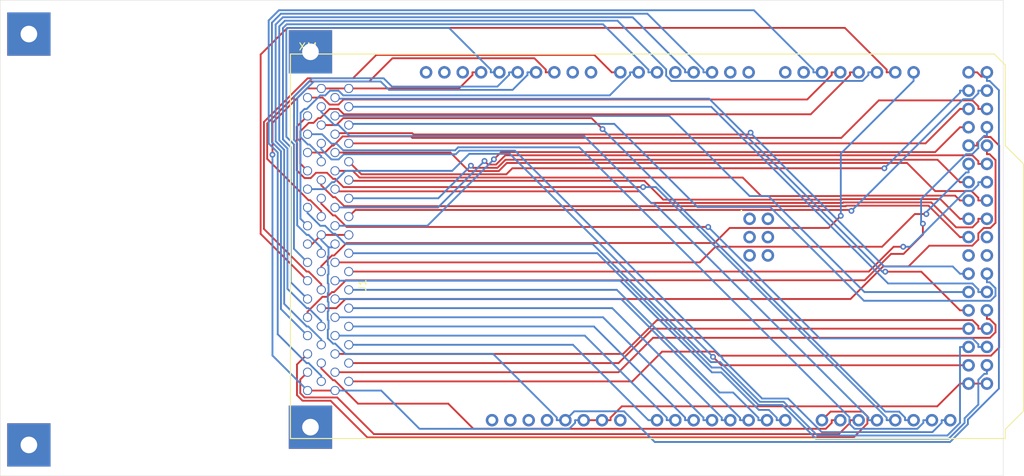
<source format=kicad_pcb>
(kicad_pcb (version 20171130) (host pcbnew 5.1.6)

  (general
    (thickness 1.6)
    (drawings 4)
    (tracks 663)
    (zones 0)
    (modules 2)
    (nets 86)
  )

  (page A4)
  (layers
    (0 F.Cu signal)
    (31 B.Cu signal)
    (32 B.Adhes user)
    (33 F.Adhes user)
    (34 B.Paste user)
    (35 F.Paste user)
    (36 B.SilkS user)
    (37 F.SilkS user)
    (38 B.Mask user)
    (39 F.Mask user)
    (40 Dwgs.User user)
    (41 Cmts.User user)
    (42 Eco1.User user)
    (43 Eco2.User user)
    (44 Edge.Cuts user)
    (45 Margin user)
    (46 B.CrtYd user)
    (47 F.CrtYd user)
    (48 B.Fab user)
    (49 F.Fab user)
  )

  (setup
    (last_trace_width 0.25)
    (trace_clearance 0.2)
    (zone_clearance 0.508)
    (zone_45_only no)
    (trace_min 0.2)
    (via_size 0.8)
    (via_drill 0.4)
    (via_min_size 0.4)
    (via_min_drill 0.3)
    (uvia_size 0.3)
    (uvia_drill 0.1)
    (uvias_allowed no)
    (uvia_min_size 0.2)
    (uvia_min_drill 0.1)
    (edge_width 0.05)
    (segment_width 0.2)
    (pcb_text_width 0.3)
    (pcb_text_size 1.5 1.5)
    (mod_edge_width 0.12)
    (mod_text_size 1 1)
    (mod_text_width 0.15)
    (pad_size 1.524 1.524)
    (pad_drill 0.762)
    (pad_to_mask_clearance 0.05)
    (aux_axis_origin 0 0)
    (visible_elements FFFFFF7F)
    (pcbplotparams
      (layerselection 0x010fc_ffffffff)
      (usegerberextensions false)
      (usegerberattributes true)
      (usegerberadvancedattributes true)
      (creategerberjobfile true)
      (excludeedgelayer true)
      (linewidth 0.100000)
      (plotframeref false)
      (viasonmask false)
      (mode 1)
      (useauxorigin false)
      (hpglpennumber 1)
      (hpglpenspeed 20)
      (hpglpendiameter 15.000000)
      (psnegative false)
      (psa4output false)
      (plotreference true)
      (plotvalue true)
      (plotinvisibletext false)
      (padsonsilk false)
      (subtractmaskfromsilk false)
      (outputformat 1)
      (mirror false)
      (drillshape 1)
      (scaleselection 1)
      (outputdirectory ""))
  )

  (net 0 "")
  (net 1 GND)
  (net 2 /PA0_OE)
  (net 3 "Net-(XA1-PadMISO)")
  (net 4 "Net-(XA1-PadD41)")
  (net 5 "Net-(XA1-PadD40)")
  (net 6 "Net-(XA1-PadD39)")
  (net 7 +5V)
  (net 8 "Net-(XA1-PadAREF)")
  (net 9 "Net-(XA1-PadSDA)")
  (net 10 "Net-(XA1-PadSCL)")
  (net 11 "Net-(XA1-PadD9)")
  (net 12 "Net-(XA1-PadD8)")
  (net 13 "Net-(XA1-PadD4)")
  (net 14 "Net-(XA1-PadD1)")
  (net 15 "Net-(XA1-PadD0)")
  (net 16 "Net-(XA1-PadD14)")
  (net 17 "Net-(XA1-PadD15)")
  (net 18 "Net-(XA1-PadIORF)")
  (net 19 "Net-(XA1-PadRST1)")
  (net 20 "Net-(XA1-Pad3V3)")
  (net 21 "Net-(XA1-PadVIN)")
  (net 22 "Net-(XA1-Pad5V2)")
  (net 23 "Net-(XA1-PadSCK)")
  (net 24 "Net-(XA1-PadMOSI)")
  (net 25 "Net-(XA1-PadGND4)")
  (net 26 "Net-(XA1-PadRST2)")
  (net 27 /PA5_INPACK)
  (net 28 /PA7_WAIT)
  (net 29 /PA3_CE2)
  (net 30 /PA6_IOIS16_WP)
  (net 31 /PA4_READY_IREQ)
  (net 32 /PA1_WE)
  (net 33 /PA2_CE1)
  (net 34 /PB7_A23)
  (net 35 /PB6_A22)
  (net 36 /PB5_A21)
  (net 37 /PB4_A20)
  (net 38 /PB3_A19)
  (net 39 /PB2_A18)
  (net 40 /PB1_A17)
  (net 41 /PC4_A12)
  (net 42 /PC7_A15)
  (net 43 /PB0_A16)
  (net 44 /PC6_A14)
  (net 45 /PC5_A13)
  (net 46 /PC0_A8)
  (net 47 /PC1_A9)
  (net 48 /PC3_A11)
  (net 49 /PC2_A10)
  (net 50 /PH1_CD2)
  (net 51 /PK2_D10)
  (net 52 /PK1_D9)
  (net 53 /PK0_D8)
  (net 54 /PE5_BVD2)
  (net 55 /PE4_BVD1)
  (net 56 /PD2_REG)
  (net 57 /PE3_RESET)
  (net 58 /PH4_VS2)
  (net 59 /PD1_A25)
  (net 60 /PD0_A24)
  (net 61 /PD7_IOWR)
  (net 62 /PD3_IORD)
  (net 63 /PH3_VS1)
  (net 64 /PK7_D15)
  (net 65 /PK6_D14)
  (net 66 /PK5_D13)
  (net 67 /PK4_D12)
  (net 68 /PK3_D11)
  (net 69 /PL2_D2)
  (net 70 /PL1_D1)
  (net 71 /PL0_D0)
  (net 72 /PF0_A0)
  (net 73 /PF1_A1)
  (net 74 /PF2_A2)
  (net 75 /PF3_A3)
  (net 76 /PF4_A4)
  (net 77 /PF5_A5)
  (net 78 /PF6_A6)
  (net 79 /PF7_A7)
  (net 80 /PL7_D7)
  (net 81 /PL6_D6)
  (net 82 /PL5_D5)
  (net 83 /PL4_D4)
  (net 84 /PL3_D3)
  (net 85 /PH0_CD1)

  (net_class Default "This is the default net class."
    (clearance 0.2)
    (trace_width 0.25)
    (via_dia 0.8)
    (via_drill 0.4)
    (uvia_dia 0.3)
    (uvia_drill 0.1)
    (add_net +5V)
    (add_net /PA0_OE)
    (add_net /PA1_WE)
    (add_net /PA2_CE1)
    (add_net /PA3_CE2)
    (add_net /PA4_READY_IREQ)
    (add_net /PA5_INPACK)
    (add_net /PA6_IOIS16_WP)
    (add_net /PA7_WAIT)
    (add_net /PB0_A16)
    (add_net /PB1_A17)
    (add_net /PB2_A18)
    (add_net /PB3_A19)
    (add_net /PB4_A20)
    (add_net /PB5_A21)
    (add_net /PB6_A22)
    (add_net /PB7_A23)
    (add_net /PC0_A8)
    (add_net /PC1_A9)
    (add_net /PC2_A10)
    (add_net /PC3_A11)
    (add_net /PC4_A12)
    (add_net /PC5_A13)
    (add_net /PC6_A14)
    (add_net /PC7_A15)
    (add_net /PD0_A24)
    (add_net /PD1_A25)
    (add_net /PD2_REG)
    (add_net /PD3_IORD)
    (add_net /PD7_IOWR)
    (add_net /PE3_RESET)
    (add_net /PE4_BVD1)
    (add_net /PE5_BVD2)
    (add_net /PF0_A0)
    (add_net /PF1_A1)
    (add_net /PF2_A2)
    (add_net /PF3_A3)
    (add_net /PF4_A4)
    (add_net /PF5_A5)
    (add_net /PF6_A6)
    (add_net /PF7_A7)
    (add_net /PH0_CD1)
    (add_net /PH1_CD2)
    (add_net /PH3_VS1)
    (add_net /PH4_VS2)
    (add_net /PK0_D8)
    (add_net /PK1_D9)
    (add_net /PK2_D10)
    (add_net /PK3_D11)
    (add_net /PK4_D12)
    (add_net /PK5_D13)
    (add_net /PK6_D14)
    (add_net /PK7_D15)
    (add_net /PL0_D0)
    (add_net /PL1_D1)
    (add_net /PL2_D2)
    (add_net /PL3_D3)
    (add_net /PL4_D4)
    (add_net /PL5_D5)
    (add_net /PL6_D6)
    (add_net /PL7_D7)
    (add_net GND)
    (add_net "Net-(XA1-Pad3V3)")
    (add_net "Net-(XA1-Pad5V2)")
    (add_net "Net-(XA1-PadAREF)")
    (add_net "Net-(XA1-PadD0)")
    (add_net "Net-(XA1-PadD1)")
    (add_net "Net-(XA1-PadD14)")
    (add_net "Net-(XA1-PadD15)")
    (add_net "Net-(XA1-PadD39)")
    (add_net "Net-(XA1-PadD4)")
    (add_net "Net-(XA1-PadD40)")
    (add_net "Net-(XA1-PadD41)")
    (add_net "Net-(XA1-PadD8)")
    (add_net "Net-(XA1-PadD9)")
    (add_net "Net-(XA1-PadGND4)")
    (add_net "Net-(XA1-PadIORF)")
    (add_net "Net-(XA1-PadMISO)")
    (add_net "Net-(XA1-PadMOSI)")
    (add_net "Net-(XA1-PadRST1)")
    (add_net "Net-(XA1-PadRST2)")
    (add_net "Net-(XA1-PadSCK)")
    (add_net "Net-(XA1-PadSCL)")
    (add_net "Net-(XA1-PadSDA)")
    (add_net "Net-(XA1-PadVIN)")
  )

  (module Arduino:Arduino_Mega2560_Shield (layer F.Cu) (tedit 5A8605D3) (tstamp 6004373B)
    (at 71.225 117.81)
    (descr https://store.arduino.cc/arduino-mega-2560-rev3)
    (path /6002D235)
    (fp_text reference XA1 (at 2.54 -54.356) (layer F.SilkS)
      (effects (font (size 1 1) (thickness 0.15)))
    )
    (fp_text value Arduino_Mega2560_Shield (at 15.494 -54.356) (layer F.Fab)
      (effects (font (size 1 1) (thickness 0.15)))
    )
    (fp_line (start 0 -53.34) (end 97.536 -53.34) (layer F.SilkS) (width 0.15))
    (fp_line (start 0 0) (end 99.06 0) (layer F.SilkS) (width 0.15))
    (fp_line (start 97.536 -53.34) (end 99.06 -51.816) (layer F.SilkS) (width 0.15))
    (fp_line (start 99.06 0) (end 99.06 -1.27) (layer F.SilkS) (width 0.15))
    (fp_line (start 99.06 -1.27) (end 101.6 -3.81) (layer F.SilkS) (width 0.15))
    (fp_line (start 101.6 -3.81) (end 101.6 -38.1) (layer F.SilkS) (width 0.15))
    (fp_line (start 101.6 -38.1) (end 99.06 -40.64) (layer F.SilkS) (width 0.15))
    (fp_line (start 99.06 -40.64) (end 99.06 -51.816) (layer F.SilkS) (width 0.15))
    (fp_line (start 0 -53.34) (end 0 0) (layer F.SilkS) (width 0.15))
    (fp_line (start -1.905 -12.065) (end 11.43 -12.065) (layer B.CrtYd) (width 0.15))
    (fp_line (start -1.905 -12.065) (end -1.905 -3.175) (layer B.CrtYd) (width 0.15))
    (fp_line (start -1.905 -3.175) (end 11.43 -3.175) (layer B.CrtYd) (width 0.15))
    (fp_line (start 11.43 -12.065) (end 11.43 -3.175) (layer B.CrtYd) (width 0.15))
    (fp_line (start -6.35 -43.815) (end -6.35 -32.385) (layer B.CrtYd) (width 0.15))
    (fp_line (start 9.525 -43.815) (end 9.525 -32.385) (layer B.CrtYd) (width 0.15))
    (fp_line (start 9.525 -43.815) (end -6.35 -43.815) (layer B.CrtYd) (width 0.15))
    (fp_line (start 9.525 -32.385) (end -6.35 -32.385) (layer B.CrtYd) (width 0.15))
    (fp_text user . (at 62.484 -32.004) (layer F.SilkS)
      (effects (font (size 1 1) (thickness 0.15)))
    )
    (pad MISO thru_hole oval (at 63.627 -30.48) (size 1.7272 1.7272) (drill 1.016) (layers *.Cu *.Mask)
      (net 3 "Net-(XA1-PadMISO)"))
    (pad GND6 thru_hole oval (at 96.52 -7.62) (size 1.7272 1.7272) (drill 1.016) (layers *.Cu *.Mask)
      (net 1 GND))
    (pad GND5 thru_hole oval (at 93.98 -7.62) (size 1.7272 1.7272) (drill 1.016) (layers *.Cu *.Mask)
      (net 1 GND))
    (pad D53 thru_hole oval (at 96.52 -10.16) (size 1.7272 1.7272) (drill 1.016) (layers *.Cu *.Mask)
      (net 43 /PB0_A16))
    (pad D52 thru_hole oval (at 93.98 -10.16) (size 1.7272 1.7272) (drill 1.016) (layers *.Cu *.Mask)
      (net 40 /PB1_A17))
    (pad D51 thru_hole oval (at 96.52 -12.7) (size 1.7272 1.7272) (drill 1.016) (layers *.Cu *.Mask)
      (net 39 /PB2_A18))
    (pad D50 thru_hole oval (at 93.98 -12.7) (size 1.7272 1.7272) (drill 1.016) (layers *.Cu *.Mask)
      (net 38 /PB3_A19))
    (pad D49 thru_hole oval (at 96.52 -15.24) (size 1.7272 1.7272) (drill 1.016) (layers *.Cu *.Mask)
      (net 71 /PL0_D0))
    (pad D48 thru_hole oval (at 93.98 -15.24) (size 1.7272 1.7272) (drill 1.016) (layers *.Cu *.Mask)
      (net 70 /PL1_D1))
    (pad D47 thru_hole oval (at 96.52 -17.78) (size 1.7272 1.7272) (drill 1.016) (layers *.Cu *.Mask)
      (net 69 /PL2_D2))
    (pad D46 thru_hole oval (at 93.98 -17.78) (size 1.7272 1.7272) (drill 1.016) (layers *.Cu *.Mask)
      (net 84 /PL3_D3))
    (pad D45 thru_hole oval (at 96.52 -20.32) (size 1.7272 1.7272) (drill 1.016) (layers *.Cu *.Mask)
      (net 83 /PL4_D4))
    (pad D44 thru_hole oval (at 93.98 -20.32) (size 1.7272 1.7272) (drill 1.016) (layers *.Cu *.Mask)
      (net 82 /PL5_D5))
    (pad D43 thru_hole oval (at 96.52 -22.86) (size 1.7272 1.7272) (drill 1.016) (layers *.Cu *.Mask)
      (net 81 /PL6_D6))
    (pad D42 thru_hole oval (at 93.98 -22.86) (size 1.7272 1.7272) (drill 1.016) (layers *.Cu *.Mask)
      (net 80 /PL7_D7))
    (pad D41 thru_hole oval (at 96.52 -25.4) (size 1.7272 1.7272) (drill 1.016) (layers *.Cu *.Mask)
      (net 4 "Net-(XA1-PadD41)"))
    (pad D40 thru_hole oval (at 93.98 -25.4) (size 1.7272 1.7272) (drill 1.016) (layers *.Cu *.Mask)
      (net 5 "Net-(XA1-PadD40)"))
    (pad D39 thru_hole oval (at 96.52 -27.94) (size 1.7272 1.7272) (drill 1.016) (layers *.Cu *.Mask)
      (net 6 "Net-(XA1-PadD39)"))
    (pad D38 thru_hole oval (at 93.98 -27.94) (size 1.7272 1.7272) (drill 1.016) (layers *.Cu *.Mask)
      (net 61 /PD7_IOWR))
    (pad D37 thru_hole oval (at 96.52 -30.48) (size 1.7272 1.7272) (drill 1.016) (layers *.Cu *.Mask)
      (net 46 /PC0_A8))
    (pad D36 thru_hole oval (at 93.98 -30.48) (size 1.7272 1.7272) (drill 1.016) (layers *.Cu *.Mask)
      (net 47 /PC1_A9))
    (pad D35 thru_hole oval (at 96.52 -33.02) (size 1.7272 1.7272) (drill 1.016) (layers *.Cu *.Mask)
      (net 49 /PC2_A10))
    (pad D34 thru_hole oval (at 93.98 -33.02) (size 1.7272 1.7272) (drill 1.016) (layers *.Cu *.Mask)
      (net 48 /PC3_A11))
    (pad D33 thru_hole oval (at 96.52 -35.56) (size 1.7272 1.7272) (drill 1.016) (layers *.Cu *.Mask)
      (net 41 /PC4_A12))
    (pad D32 thru_hole oval (at 93.98 -35.56) (size 1.7272 1.7272) (drill 1.016) (layers *.Cu *.Mask)
      (net 45 /PC5_A13))
    (pad D31 thru_hole oval (at 96.52 -38.1) (size 1.7272 1.7272) (drill 1.016) (layers *.Cu *.Mask)
      (net 44 /PC6_A14))
    (pad D30 thru_hole oval (at 93.98 -38.1) (size 1.7272 1.7272) (drill 1.016) (layers *.Cu *.Mask)
      (net 42 /PC7_A15))
    (pad D29 thru_hole oval (at 96.52 -40.64) (size 1.7272 1.7272) (drill 1.016) (layers *.Cu *.Mask)
      (net 28 /PA7_WAIT))
    (pad D28 thru_hole oval (at 93.98 -40.64) (size 1.7272 1.7272) (drill 1.016) (layers *.Cu *.Mask)
      (net 30 /PA6_IOIS16_WP))
    (pad D27 thru_hole oval (at 96.52 -43.18) (size 1.7272 1.7272) (drill 1.016) (layers *.Cu *.Mask)
      (net 27 /PA5_INPACK))
    (pad D26 thru_hole oval (at 93.98 -43.18) (size 1.7272 1.7272) (drill 1.016) (layers *.Cu *.Mask)
      (net 31 /PA4_READY_IREQ))
    (pad D25 thru_hole oval (at 96.52 -45.72) (size 1.7272 1.7272) (drill 1.016) (layers *.Cu *.Mask)
      (net 29 /PA3_CE2))
    (pad D24 thru_hole oval (at 93.98 -45.72) (size 1.7272 1.7272) (drill 1.016) (layers *.Cu *.Mask)
      (net 33 /PA2_CE1))
    (pad D23 thru_hole oval (at 96.52 -48.26) (size 1.7272 1.7272) (drill 1.016) (layers *.Cu *.Mask)
      (net 32 /PA1_WE))
    (pad D22 thru_hole oval (at 93.98 -48.26) (size 1.7272 1.7272) (drill 1.016) (layers *.Cu *.Mask)
      (net 2 /PA0_OE))
    (pad 5V4 thru_hole oval (at 96.52 -50.8) (size 1.7272 1.7272) (drill 1.016) (layers *.Cu *.Mask)
      (net 7 +5V))
    (pad 5V3 thru_hole oval (at 93.98 -50.8) (size 1.7272 1.7272) (drill 1.016) (layers *.Cu *.Mask)
      (net 7 +5V))
    (pad A15 thru_hole oval (at 91.44 -2.54) (size 1.7272 1.7272) (drill 1.016) (layers *.Cu *.Mask)
      (net 64 /PK7_D15))
    (pad A14 thru_hole oval (at 88.9 -2.54) (size 1.7272 1.7272) (drill 1.016) (layers *.Cu *.Mask)
      (net 65 /PK6_D14))
    (pad A13 thru_hole oval (at 86.36 -2.54) (size 1.7272 1.7272) (drill 1.016) (layers *.Cu *.Mask)
      (net 66 /PK5_D13))
    (pad A12 thru_hole oval (at 83.82 -2.54) (size 1.7272 1.7272) (drill 1.016) (layers *.Cu *.Mask)
      (net 67 /PK4_D12))
    (pad A11 thru_hole oval (at 81.28 -2.54) (size 1.7272 1.7272) (drill 1.016) (layers *.Cu *.Mask)
      (net 68 /PK3_D11))
    (pad A10 thru_hole oval (at 78.74 -2.54) (size 1.7272 1.7272) (drill 1.016) (layers *.Cu *.Mask)
      (net 51 /PK2_D10))
    (pad A9 thru_hole oval (at 76.2 -2.54) (size 1.7272 1.7272) (drill 1.016) (layers *.Cu *.Mask)
      (net 52 /PK1_D9))
    (pad A8 thru_hole oval (at 73.66 -2.54) (size 1.7272 1.7272) (drill 1.016) (layers *.Cu *.Mask)
      (net 53 /PK0_D8))
    (pad A7 thru_hole oval (at 68.58 -2.54) (size 1.7272 1.7272) (drill 1.016) (layers *.Cu *.Mask)
      (net 79 /PF7_A7))
    (pad A6 thru_hole oval (at 66.04 -2.54) (size 1.7272 1.7272) (drill 1.016) (layers *.Cu *.Mask)
      (net 78 /PF6_A6))
    (pad A5 thru_hole oval (at 63.5 -2.54) (size 1.7272 1.7272) (drill 1.016) (layers *.Cu *.Mask)
      (net 77 /PF5_A5))
    (pad A4 thru_hole oval (at 60.96 -2.54) (size 1.7272 1.7272) (drill 1.016) (layers *.Cu *.Mask)
      (net 76 /PF4_A4))
    (pad A3 thru_hole oval (at 58.42 -2.54) (size 1.7272 1.7272) (drill 1.016) (layers *.Cu *.Mask)
      (net 75 /PF3_A3))
    (pad A2 thru_hole oval (at 55.88 -2.54) (size 1.7272 1.7272) (drill 1.016) (layers *.Cu *.Mask)
      (net 74 /PF2_A2))
    (pad A1 thru_hole oval (at 53.34 -2.54) (size 1.7272 1.7272) (drill 1.016) (layers *.Cu *.Mask)
      (net 73 /PF1_A1))
    (pad "" thru_hole oval (at 27.94 -2.54) (size 1.7272 1.7272) (drill 1.016) (layers *.Cu *.Mask))
    (pad D11 thru_hole oval (at 34.036 -50.8) (size 1.7272 1.7272) (drill 1.016) (layers *.Cu *.Mask)
      (net 36 /PB5_A21))
    (pad D12 thru_hole oval (at 31.496 -50.8) (size 1.7272 1.7272) (drill 1.016) (layers *.Cu *.Mask)
      (net 35 /PB6_A22))
    (pad D13 thru_hole oval (at 28.956 -50.8) (size 1.7272 1.7272) (drill 1.016) (layers *.Cu *.Mask)
      (net 34 /PB7_A23))
    (pad AREF thru_hole oval (at 23.876 -50.8) (size 1.7272 1.7272) (drill 1.016) (layers *.Cu *.Mask)
      (net 8 "Net-(XA1-PadAREF)"))
    (pad SDA thru_hole oval (at 21.336 -50.8) (size 1.7272 1.7272) (drill 1.016) (layers *.Cu *.Mask)
      (net 9 "Net-(XA1-PadSDA)"))
    (pad SCL thru_hole oval (at 18.796 -50.8) (size 1.7272 1.7272) (drill 1.016) (layers *.Cu *.Mask)
      (net 10 "Net-(XA1-PadSCL)"))
    (pad "" np_thru_hole circle (at 13.97 -2.54) (size 3.2 3.2) (drill 3.2) (layers *.Cu *.Mask))
    (pad "" np_thru_hole circle (at 96.52 -2.54) (size 3.2 3.2) (drill 3.2) (layers *.Cu *.Mask))
    (pad "" np_thru_hole circle (at 15.24 -50.8) (size 3.2 3.2) (drill 3.2) (layers *.Cu *.Mask))
    (pad "" np_thru_hole circle (at 90.17 -50.8) (size 3.2 3.2) (drill 3.2) (layers *.Cu *.Mask))
    (pad "" np_thru_hole circle (at 66.04 -35.56) (size 3.2 3.2) (drill 3.2) (layers *.Cu *.Mask))
    (pad "" np_thru_hole circle (at 66.04 -7.62) (size 3.2 3.2) (drill 3.2) (layers *.Cu *.Mask))
    (pad D10 thru_hole oval (at 36.576 -50.8) (size 1.7272 1.7272) (drill 1.016) (layers *.Cu *.Mask)
      (net 37 /PB4_A20))
    (pad D9 thru_hole oval (at 39.116 -50.8) (size 1.7272 1.7272) (drill 1.016) (layers *.Cu *.Mask)
      (net 11 "Net-(XA1-PadD9)"))
    (pad D8 thru_hole oval (at 41.656 -50.8) (size 1.7272 1.7272) (drill 1.016) (layers *.Cu *.Mask)
      (net 12 "Net-(XA1-PadD8)"))
    (pad GND1 thru_hole oval (at 26.416 -50.8) (size 1.7272 1.7272) (drill 1.016) (layers *.Cu *.Mask)
      (net 1 GND))
    (pad D7 thru_hole oval (at 45.72 -50.8) (size 1.7272 1.7272) (drill 1.016) (layers *.Cu *.Mask)
      (net 58 /PH4_VS2))
    (pad D6 thru_hole oval (at 48.26 -50.8) (size 1.7272 1.7272) (drill 1.016) (layers *.Cu *.Mask)
      (net 63 /PH3_VS1))
    (pad D5 thru_hole oval (at 50.8 -50.8) (size 1.7272 1.7272) (drill 1.016) (layers *.Cu *.Mask)
      (net 57 /PE3_RESET))
    (pad D4 thru_hole oval (at 53.34 -50.8) (size 1.7272 1.7272) (drill 1.016) (layers *.Cu *.Mask)
      (net 13 "Net-(XA1-PadD4)"))
    (pad D3 thru_hole oval (at 55.88 -50.8) (size 1.7272 1.7272) (drill 1.016) (layers *.Cu *.Mask)
      (net 54 /PE5_BVD2))
    (pad D2 thru_hole oval (at 58.42 -50.8) (size 1.7272 1.7272) (drill 1.016) (layers *.Cu *.Mask)
      (net 55 /PE4_BVD1))
    (pad D1 thru_hole oval (at 60.96 -50.8) (size 1.7272 1.7272) (drill 1.016) (layers *.Cu *.Mask)
      (net 14 "Net-(XA1-PadD1)"))
    (pad D0 thru_hole oval (at 63.5 -50.8) (size 1.7272 1.7272) (drill 1.016) (layers *.Cu *.Mask)
      (net 15 "Net-(XA1-PadD0)"))
    (pad D14 thru_hole oval (at 68.58 -50.8) (size 1.7272 1.7272) (drill 1.016) (layers *.Cu *.Mask)
      (net 16 "Net-(XA1-PadD14)"))
    (pad D15 thru_hole oval (at 71.12 -50.8) (size 1.7272 1.7272) (drill 1.016) (layers *.Cu *.Mask)
      (net 17 "Net-(XA1-PadD15)"))
    (pad D16 thru_hole oval (at 73.66 -50.8) (size 1.7272 1.7272) (drill 1.016) (layers *.Cu *.Mask)
      (net 50 /PH1_CD2))
    (pad D17 thru_hole oval (at 76.2 -50.8) (size 1.7272 1.7272) (drill 1.016) (layers *.Cu *.Mask)
      (net 85 /PH0_CD1))
    (pad D18 thru_hole oval (at 78.74 -50.8) (size 1.7272 1.7272) (drill 1.016) (layers *.Cu *.Mask)
      (net 62 /PD3_IORD))
    (pad D19 thru_hole oval (at 81.28 -50.8) (size 1.7272 1.7272) (drill 1.016) (layers *.Cu *.Mask)
      (net 56 /PD2_REG))
    (pad D20 thru_hole oval (at 83.82 -50.8) (size 1.7272 1.7272) (drill 1.016) (layers *.Cu *.Mask)
      (net 59 /PD1_A25))
    (pad D21 thru_hole oval (at 86.36 -50.8) (size 1.7272 1.7272) (drill 1.016) (layers *.Cu *.Mask)
      (net 60 /PD0_A24))
    (pad IORF thru_hole oval (at 30.48 -2.54) (size 1.7272 1.7272) (drill 1.016) (layers *.Cu *.Mask)
      (net 18 "Net-(XA1-PadIORF)"))
    (pad RST1 thru_hole oval (at 33.02 -2.54) (size 1.7272 1.7272) (drill 1.016) (layers *.Cu *.Mask)
      (net 19 "Net-(XA1-PadRST1)"))
    (pad 3V3 thru_hole oval (at 35.56 -2.54) (size 1.7272 1.7272) (drill 1.016) (layers *.Cu *.Mask)
      (net 20 "Net-(XA1-Pad3V3)"))
    (pad 5V1 thru_hole oval (at 38.1 -2.54) (size 1.7272 1.7272) (drill 1.016) (layers *.Cu *.Mask)
      (net 7 +5V))
    (pad GND2 thru_hole oval (at 40.64 -2.54) (size 1.7272 1.7272) (drill 1.016) (layers *.Cu *.Mask)
      (net 1 GND))
    (pad GND3 thru_hole oval (at 43.18 -2.54) (size 1.7272 1.7272) (drill 1.016) (layers *.Cu *.Mask)
      (net 1 GND))
    (pad VIN thru_hole oval (at 45.72 -2.54) (size 1.7272 1.7272) (drill 1.016) (layers *.Cu *.Mask)
      (net 21 "Net-(XA1-PadVIN)"))
    (pad A0 thru_hole oval (at 50.8 -2.54) (size 1.7272 1.7272) (drill 1.016) (layers *.Cu *.Mask)
      (net 72 /PF0_A0))
    (pad 5V2 thru_hole oval (at 66.167 -30.48) (size 1.7272 1.7272) (drill 1.016) (layers *.Cu *.Mask)
      (net 22 "Net-(XA1-Pad5V2)"))
    (pad SCK thru_hole oval (at 63.627 -27.94) (size 1.7272 1.7272) (drill 1.016) (layers *.Cu *.Mask)
      (net 23 "Net-(XA1-PadSCK)"))
    (pad MOSI thru_hole oval (at 66.167 -27.94) (size 1.7272 1.7272) (drill 1.016) (layers *.Cu *.Mask)
      (net 24 "Net-(XA1-PadMOSI)"))
    (pad GND4 thru_hole oval (at 66.167 -25.4) (size 1.7272 1.7272) (drill 1.016) (layers *.Cu *.Mask)
      (net 25 "Net-(XA1-PadGND4)"))
    (pad RST2 thru_hole oval (at 63.627 -25.4) (size 1.7272 1.7272) (drill 1.016) (layers *.Cu *.Mask)
      (net 26 "Net-(XA1-PadRST2)"))
  )

  (module pcmcia:10118309 (layer F.Cu) (tedit 60042C20) (tstamp 600436C3)
    (at 74 90.2 270)
    (path /60055BC4)
    (fp_text reference J1 (at 6.35 -7.215 90) (layer F.SilkS)
      (effects (font (size 1 1) (thickness 0.15)))
    )
    (fp_text value Conn_02x34_Top_Bottom (at 0 -7.215 90) (layer F.Fab)
      (effects (font (size 1 1) (thickness 0.15)))
    )
    (pad MH thru_hole rect (at 28.5 39.02 270) (size 6 6) (drill 2.3) (layers *.Cu *.Mask))
    (pad MH thru_hole rect (at -28.5 39.02 270) (size 6 6) (drill 2.3) (layers *.Cu *.Mask))
    (pad MH thru_hole rect (at 26.035 0 270) (size 6 6) (drill 2.3) (layers *.Cu *.Mask))
    (pad MH thru_hole rect (at -26.035 0 270) (size 6 6) (drill 2.3) (layers *.Cu *.Mask))
    (pad 68 thru_hole circle (at 20.955 0.405 270) (size 1.27 1.27) (drill 1) (layers *.Cu *.Mask)
      (net 1 GND))
    (pad 67 thru_hole circle (at 19.685 -1.5 270) (size 1.27 1.27) (drill 1) (layers *.Cu *.Mask)
      (net 50 /PH1_CD2))
    (pad 66 thru_hole circle (at 18.415 0.405 270) (size 1.27 1.27) (drill 1) (layers *.Cu *.Mask)
      (net 51 /PK2_D10))
    (pad 65 thru_hole circle (at 17.145 -1.5 270) (size 1.27 1.27) (drill 1) (layers *.Cu *.Mask)
      (net 52 /PK1_D9))
    (pad 64 thru_hole circle (at 15.875 0.405 270) (size 1.27 1.27) (drill 1) (layers *.Cu *.Mask)
      (net 53 /PK0_D8))
    (pad 63 thru_hole circle (at 14.605 -1.5 270) (size 1.27 1.27) (drill 1) (layers *.Cu *.Mask)
      (net 54 /PE5_BVD2))
    (pad 62 thru_hole circle (at 13.335 0.405 270) (size 1.27 1.27) (drill 1) (layers *.Cu *.Mask)
      (net 55 /PE4_BVD1))
    (pad 61 thru_hole circle (at 12.065 -1.5 270) (size 1.27 1.27) (drill 1) (layers *.Cu *.Mask)
      (net 56 /PD2_REG))
    (pad 60 thru_hole circle (at 10.795 0.405 270) (size 1.27 1.27) (drill 1) (layers *.Cu *.Mask)
      (net 27 /PA5_INPACK))
    (pad 59 thru_hole circle (at 9.525 -1.5 270) (size 1.27 1.27) (drill 1) (layers *.Cu *.Mask)
      (net 28 /PA7_WAIT))
    (pad 58 thru_hole circle (at 8.255 0.405 270) (size 1.27 1.27) (drill 1) (layers *.Cu *.Mask)
      (net 57 /PE3_RESET))
    (pad 57 thru_hole circle (at 6.985 -1.5 270) (size 1.27 1.27) (drill 1) (layers *.Cu *.Mask)
      (net 58 /PH4_VS2))
    (pad 56 thru_hole circle (at 5.715 0.405 270) (size 1.27 1.27) (drill 1) (layers *.Cu *.Mask)
      (net 59 /PD1_A25))
    (pad 55 thru_hole circle (at 4.445 -1.5 270) (size 1.27 1.27) (drill 1) (layers *.Cu *.Mask)
      (net 60 /PD0_A24))
    (pad 54 thru_hole circle (at 3.175 0.405 270) (size 1.27 1.27) (drill 1) (layers *.Cu *.Mask)
      (net 34 /PB7_A23))
    (pad 53 thru_hole circle (at 1.905 -1.5 270) (size 1.27 1.27) (drill 1) (layers *.Cu *.Mask)
      (net 35 /PB6_A22))
    (pad 52 thru_hole circle (at 0.635 0.405 270) (size 1.27 1.27) (drill 1) (layers *.Cu *.Mask)
      (net 7 +5V))
    (pad 51 thru_hole circle (at -0.635 -1.5 270) (size 1.27 1.27) (drill 1) (layers *.Cu *.Mask)
      (net 7 +5V))
    (pad 50 thru_hole circle (at -1.905 0.405 270) (size 1.27 1.27) (drill 1) (layers *.Cu *.Mask)
      (net 36 /PB5_A21))
    (pad 49 thru_hole circle (at -3.175 -1.5 270) (size 1.27 1.27) (drill 1) (layers *.Cu *.Mask)
      (net 37 /PB4_A20))
    (pad 48 thru_hole circle (at -4.445 0.405 270) (size 1.27 1.27) (drill 1) (layers *.Cu *.Mask)
      (net 38 /PB3_A19))
    (pad 47 thru_hole circle (at -5.715 -1.5 270) (size 1.27 1.27) (drill 1) (layers *.Cu *.Mask)
      (net 39 /PB2_A18))
    (pad 46 thru_hole circle (at -6.985 0.405 270) (size 1.27 1.27) (drill 1) (layers *.Cu *.Mask)
      (net 40 /PB1_A17))
    (pad 45 thru_hole circle (at -8.255 -1.5 270) (size 1.27 1.27) (drill 1) (layers *.Cu *.Mask)
      (net 61 /PD7_IOWR))
    (pad 44 thru_hole circle (at -9.525 0.405 270) (size 1.27 1.27) (drill 1) (layers *.Cu *.Mask)
      (net 62 /PD3_IORD))
    (pad 43 thru_hole circle (at -10.795 -1.5 270) (size 1.27 1.27) (drill 1) (layers *.Cu *.Mask)
      (net 63 /PH3_VS1))
    (pad 42 thru_hole circle (at -12.065 0.405 270) (size 1.27 1.27) (drill 1) (layers *.Cu *.Mask)
      (net 29 /PA3_CE2))
    (pad 41 thru_hole circle (at -13.335 -1.5 270) (size 1.27 1.27) (drill 1) (layers *.Cu *.Mask)
      (net 64 /PK7_D15))
    (pad 40 thru_hole circle (at -14.605 0.405 270) (size 1.27 1.27) (drill 1) (layers *.Cu *.Mask)
      (net 65 /PK6_D14))
    (pad 39 thru_hole circle (at -15.875 -1.5 270) (size 1.27 1.27) (drill 1) (layers *.Cu *.Mask)
      (net 66 /PK5_D13))
    (pad 38 thru_hole circle (at -17.145 0.405 270) (size 1.27 1.27) (drill 1) (layers *.Cu *.Mask)
      (net 67 /PK4_D12))
    (pad 37 thru_hole circle (at -18.415 -1.5 270) (size 1.27 1.27) (drill 1) (layers *.Cu *.Mask)
      (net 68 /PK3_D11))
    (pad 36 thru_hole circle (at -19.685 0.405 270) (size 1.27 1.27) (drill 1) (layers *.Cu *.Mask)
      (net 85 /PH0_CD1))
    (pad 35 thru_hole circle (at -20.955 -1.5 270) (size 1.27 1.27) (drill 1) (layers *.Cu *.Mask)
      (net 1 GND))
    (pad 34 thru_hole circle (at 20.955 -3.405 270) (size 1.27 1.27) (drill 1) (layers *.Cu *.Mask)
      (net 1 GND))
    (pad 33 thru_hole circle (at 19.685 -5.31 270) (size 1.27 1.27) (drill 1) (layers *.Cu *.Mask)
      (net 30 /PA6_IOIS16_WP))
    (pad 32 thru_hole circle (at 18.415 -3.405 270) (size 1.27 1.27) (drill 1) (layers *.Cu *.Mask)
      (net 69 /PL2_D2))
    (pad 31 thru_hole circle (at 17.145 -5.31 270) (size 1.27 1.27) (drill 1) (layers *.Cu *.Mask)
      (net 70 /PL1_D1))
    (pad 30 thru_hole circle (at 15.875 -3.405 270) (size 1.27 1.27) (drill 1) (layers *.Cu *.Mask)
      (net 71 /PL0_D0))
    (pad 29 thru_hole circle (at 14.605 -5.31 270) (size 1.27 1.27) (drill 1) (layers *.Cu *.Mask)
      (net 72 /PF0_A0))
    (pad 28 thru_hole circle (at 13.335 -3.405 270) (size 1.27 1.27) (drill 1) (layers *.Cu *.Mask)
      (net 73 /PF1_A1))
    (pad 27 thru_hole circle (at 12.065 -5.31 270) (size 1.27 1.27) (drill 1) (layers *.Cu *.Mask)
      (net 74 /PF2_A2))
    (pad 26 thru_hole circle (at 10.795 -3.405 270) (size 1.27 1.27) (drill 1) (layers *.Cu *.Mask)
      (net 75 /PF3_A3))
    (pad 25 thru_hole circle (at 9.525 -5.31 270) (size 1.27 1.27) (drill 1) (layers *.Cu *.Mask)
      (net 76 /PF4_A4))
    (pad 24 thru_hole circle (at 8.255 -3.405 270) (size 1.27 1.27) (drill 1) (layers *.Cu *.Mask)
      (net 77 /PF5_A5))
    (pad 23 thru_hole circle (at 6.985 -5.31 270) (size 1.27 1.27) (drill 1) (layers *.Cu *.Mask)
      (net 78 /PF6_A6))
    (pad 22 thru_hole circle (at 5.715 -3.405 270) (size 1.27 1.27) (drill 1) (layers *.Cu *.Mask)
      (net 79 /PF7_A7))
    (pad 21 thru_hole circle (at 4.445 -5.31 270) (size 1.27 1.27) (drill 1) (layers *.Cu *.Mask)
      (net 41 /PC4_A12))
    (pad 20 thru_hole circle (at 3.175 -3.405 270) (size 1.27 1.27) (drill 1) (layers *.Cu *.Mask)
      (net 42 /PC7_A15))
    (pad 19 thru_hole circle (at 1.905 -5.31 270) (size 1.27 1.27) (drill 1) (layers *.Cu *.Mask)
      (net 43 /PB0_A16))
    (pad 18 thru_hole circle (at 0.635 -3.405 270) (size 1.27 1.27) (drill 1) (layers *.Cu *.Mask)
      (net 7 +5V))
    (pad 17 thru_hole circle (at -0.635 -5.31 270) (size 1.27 1.27) (drill 1) (layers *.Cu *.Mask)
      (net 7 +5V))
    (pad 16 thru_hole circle (at -1.905 -3.405 270) (size 1.27 1.27) (drill 1) (layers *.Cu *.Mask)
      (net 31 /PA4_READY_IREQ))
    (pad 15 thru_hole circle (at -3.175 -5.31 270) (size 1.27 1.27) (drill 1) (layers *.Cu *.Mask)
      (net 32 /PA1_WE))
    (pad 14 thru_hole circle (at -4.445 -3.405 270) (size 1.27 1.27) (drill 1) (layers *.Cu *.Mask)
      (net 44 /PC6_A14))
    (pad 13 thru_hole circle (at -5.715 -5.31 270) (size 1.27 1.27) (drill 1) (layers *.Cu *.Mask)
      (net 45 /PC5_A13))
    (pad 12 thru_hole circle (at -6.985 -3.405 270) (size 1.27 1.27) (drill 1) (layers *.Cu *.Mask)
      (net 46 /PC0_A8))
    (pad 11 thru_hole circle (at -8.255 -5.31 270) (size 1.27 1.27) (drill 1) (layers *.Cu *.Mask)
      (net 47 /PC1_A9))
    (pad 10 thru_hole circle (at -9.525 -3.405 270) (size 1.27 1.27) (drill 1) (layers *.Cu *.Mask)
      (net 48 /PC3_A11))
    (pad 9 thru_hole circle (at -10.795 -5.31 270) (size 1.27 1.27) (drill 1) (layers *.Cu *.Mask)
      (net 2 /PA0_OE))
    (pad 8 thru_hole circle (at -12.065 -3.405 270) (size 1.27 1.27) (drill 1) (layers *.Cu *.Mask)
      (net 49 /PC2_A10))
    (pad 7 thru_hole circle (at -13.335 -5.31 270) (size 1.27 1.27) (drill 1) (layers *.Cu *.Mask)
      (net 33 /PA2_CE1))
    (pad 6 thru_hole circle (at -14.605 -3.405 270) (size 1.27 1.27) (drill 1) (layers *.Cu *.Mask)
      (net 80 /PL7_D7))
    (pad 5 thru_hole circle (at -15.875 -5.31 270) (size 1.27 1.27) (drill 1) (layers *.Cu *.Mask)
      (net 81 /PL6_D6))
    (pad 4 thru_hole circle (at -17.145 -3.405 270) (size 1.27 1.27) (drill 1) (layers *.Cu *.Mask)
      (net 82 /PL5_D5))
    (pad 3 thru_hole circle (at -18.415 -5.31 270) (size 1.27 1.27) (drill 1) (layers *.Cu *.Mask)
      (net 83 /PL4_D4))
    (pad 2 thru_hole circle (at -19.685 -3.405 270) (size 1.27 1.27) (drill 1) (layers *.Cu *.Mask)
      (net 84 /PL3_D3))
    (pad 1 thru_hole circle (at -20.955 -5.31 270) (size 1.27 1.27) (drill 1) (layers *.Cu *.Mask)
      (net 1 GND))
  )

  (gr_line (start 170 123) (end 170 57) (layer Edge.Cuts) (width 0.05) (tstamp 60043A39))
  (gr_line (start 31 123) (end 170 123) (layer Edge.Cuts) (width 0.05))
  (gr_line (start 31 57) (end 31 123) (layer Edge.Cuts) (width 0.05))
  (gr_line (start 31 57) (end 170 57) (layer Edge.Cuts) (width 0.05))

  (segment (start 68.7353 78.433) (end 68.7353 74.0104) (width 0.25) (layer F.Cu) (net 1))
  (segment (start 68.7353 74.0104) (end 73.5007 69.245) (width 0.25) (layer F.Cu) (net 1))
  (segment (start 73.5007 69.245) (end 75.5 69.245) (width 0.25) (layer F.Cu) (net 1))
  (segment (start 111.865 115.27) (end 110.6761 115.27) (width 0.25) (layer B.Cu) (net 1))
  (segment (start 77.405 111.155) (end 83.803 111.155) (width 0.25) (layer B.Cu) (net 1))
  (segment (start 83.803 111.155) (end 89.1069 116.4589) (width 0.25) (layer B.Cu) (net 1))
  (segment (start 89.1069 116.4589) (end 109.8588 116.4589) (width 0.25) (layer B.Cu) (net 1))
  (segment (start 109.8588 116.4589) (end 110.6761 115.6416) (width 0.25) (layer B.Cu) (net 1))
  (segment (start 110.6761 115.6416) (end 110.6761 115.27) (width 0.25) (layer B.Cu) (net 1))
  (segment (start 73.595 111.155) (end 77.405 111.155) (width 0.25) (layer F.Cu) (net 1))
  (segment (start 79.31 69.245) (end 75.5 69.245) (width 0.25) (layer F.Cu) (net 1))
  (segment (start 96.4521 67.01) (end 96.4521 67.3815) (width 0.25) (layer F.Cu) (net 1))
  (segment (start 96.4521 67.3815) (end 94.5886 69.245) (width 0.25) (layer F.Cu) (net 1))
  (segment (start 94.5886 69.245) (end 79.31 69.245) (width 0.25) (layer F.Cu) (net 1))
  (segment (start 73.595 111.155) (end 68.7353 106.2953) (width 0.25) (layer B.Cu) (net 1))
  (segment (start 68.7353 106.2953) (end 68.7353 78.433) (width 0.25) (layer B.Cu) (net 1))
  (segment (start 114.405 115.27) (end 115.5939 115.27) (width 0.25) (layer F.Cu) (net 1))
  (segment (start 115.5939 115.27) (end 115.5939 114.8985) (width 0.25) (layer F.Cu) (net 1))
  (segment (start 115.5939 114.8985) (end 117.1478 113.3446) (width 0.25) (layer F.Cu) (net 1))
  (segment (start 117.1478 113.3446) (end 160.8615 113.3446) (width 0.25) (layer F.Cu) (net 1))
  (segment (start 160.8615 113.3446) (end 164.0161 110.19) (width 0.25) (layer F.Cu) (net 1))
  (segment (start 111.865 115.27) (end 114.405 115.27) (width 0.25) (layer F.Cu) (net 1))
  (segment (start 165.205 110.19) (end 164.0161 110.19) (width 0.25) (layer F.Cu) (net 1))
  (segment (start 97.641 67.01) (end 96.4521 67.01) (width 0.25) (layer F.Cu) (net 1))
  (segment (start 165.205 110.19) (end 167.745 110.19) (width 0.25) (layer F.Cu) (net 1))
  (via (at 68.7353 78.433) (size 0.8) (layers F.Cu B.Cu) (net 1))
  (segment (start 79.31 79.405) (end 81.0605 81.1555) (width 0.25) (layer F.Cu) (net 2))
  (segment (start 81.0605 81.1555) (end 101.146 81.1555) (width 0.25) (layer F.Cu) (net 2))
  (segment (start 101.146 81.1555) (end 101.9819 80.3196) (width 0.25) (layer F.Cu) (net 2))
  (segment (start 101.9819 80.3196) (end 153.5332 80.3196) (width 0.25) (layer F.Cu) (net 2))
  (segment (start 165.205 69.55) (end 164.0161 69.55) (width 0.25) (layer B.Cu) (net 2))
  (segment (start 164.0161 69.55) (end 164.0161 69.8367) (width 0.25) (layer B.Cu) (net 2))
  (segment (start 164.0161 69.8367) (end 153.5332 80.3196) (width 0.25) (layer B.Cu) (net 2))
  (via (at 153.5332 80.3196) (size 0.8) (layers F.Cu B.Cu) (net 2))
  (segment (start 109.325 115.27) (end 108.1361 115.27) (width 0.25) (layer B.Cu) (net 7))
  (segment (start 109.325 115.27) (end 110.5583 114.0367) (width 0.25) (layer B.Cu) (net 7))
  (segment (start 110.5583 114.0367) (end 117.465 114.0367) (width 0.25) (layer B.Cu) (net 7))
  (segment (start 117.465 114.0367) (end 121.7198 118.2915) (width 0.25) (layer B.Cu) (net 7))
  (segment (start 121.7198 118.2915) (end 162.6374 118.2915) (width 0.25) (layer B.Cu) (net 7))
  (segment (start 162.6374 118.2915) (end 165.1073 115.8216) (width 0.25) (layer B.Cu) (net 7))
  (segment (start 165.1073 115.8216) (end 165.1073 115.1848) (width 0.25) (layer B.Cu) (net 7))
  (segment (start 165.1073 115.1848) (end 169.405 110.8871) (width 0.25) (layer B.Cu) (net 7))
  (segment (start 169.405 110.8871) (end 169.405 69.4874) (width 0.25) (layer B.Cu) (net 7))
  (segment (start 169.405 69.4874) (end 168.1165 68.1989) (width 0.25) (layer B.Cu) (net 7))
  (segment (start 168.1165 68.1989) (end 167.745 68.1989) (width 0.25) (layer B.Cu) (net 7))
  (segment (start 108.1361 115.27) (end 108.1361 114.8985) (width 0.25) (layer B.Cu) (net 7))
  (segment (start 108.1361 114.8985) (end 99.3126 106.075) (width 0.25) (layer B.Cu) (net 7))
  (segment (start 99.3126 106.075) (end 78.8536 106.075) (width 0.25) (layer B.Cu) (net 7))
  (segment (start 78.8536 106.075) (end 77.4242 104.6456) (width 0.25) (layer B.Cu) (net 7))
  (segment (start 77.4242 104.6456) (end 77.1304 104.6456) (width 0.25) (layer B.Cu) (net 7))
  (segment (start 77.1304 104.6456) (end 76.402 103.9172) (width 0.25) (layer B.Cu) (net 7))
  (segment (start 76.402 103.9172) (end 76.402 102.7213) (width 0.25) (layer B.Cu) (net 7))
  (segment (start 76.402 102.7213) (end 76.4991 102.6242) (width 0.25) (layer B.Cu) (net 7))
  (segment (start 76.4991 102.6242) (end 76.4991 101.4512) (width 0.25) (layer B.Cu) (net 7))
  (segment (start 76.4991 101.4512) (end 76.402 101.3541) (width 0.25) (layer B.Cu) (net 7))
  (segment (start 76.402 101.3541) (end 76.402 100.1813) (width 0.25) (layer B.Cu) (net 7))
  (segment (start 76.402 100.1813) (end 76.4991 100.0842) (width 0.25) (layer B.Cu) (net 7))
  (segment (start 76.4991 100.0842) (end 76.4991 98.9112) (width 0.25) (layer B.Cu) (net 7))
  (segment (start 76.4991 98.9112) (end 76.402 98.8141) (width 0.25) (layer B.Cu) (net 7))
  (segment (start 76.402 98.8141) (end 76.402 97.6413) (width 0.25) (layer B.Cu) (net 7))
  (segment (start 76.402 97.6413) (end 76.4991 97.5442) (width 0.25) (layer B.Cu) (net 7))
  (segment (start 76.4991 97.5442) (end 76.4991 96.3712) (width 0.25) (layer B.Cu) (net 7))
  (segment (start 76.4991 96.3712) (end 76.402 96.2741) (width 0.25) (layer B.Cu) (net 7))
  (segment (start 76.402 96.2741) (end 76.402 95.1013) (width 0.25) (layer B.Cu) (net 7))
  (segment (start 76.402 95.1013) (end 76.4991 95.0042) (width 0.25) (layer B.Cu) (net 7))
  (segment (start 76.4991 95.0042) (end 76.4991 93.8312) (width 0.25) (layer B.Cu) (net 7))
  (segment (start 76.4991 93.8312) (end 76.402 93.7341) (width 0.25) (layer B.Cu) (net 7))
  (segment (start 76.402 93.7341) (end 76.402 92.5613) (width 0.25) (layer B.Cu) (net 7))
  (segment (start 76.402 92.5613) (end 76.4991 92.4642) (width 0.25) (layer B.Cu) (net 7))
  (segment (start 76.4991 92.4642) (end 76.4991 91.2912) (width 0.25) (layer B.Cu) (net 7))
  (segment (start 76.4991 91.2912) (end 75.5 90.2921) (width 0.25) (layer B.Cu) (net 7))
  (segment (start 75.5 90.2921) (end 75.5 89.565) (width 0.25) (layer B.Cu) (net 7))
  (segment (start 167.745 67.01) (end 167.745 68.1989) (width 0.25) (layer B.Cu) (net 7))
  (segment (start 165.205 67.01) (end 166.3939 67.01) (width 0.25) (layer F.Cu) (net 7))
  (segment (start 167.745 67.6044) (end 166.9883 67.6044) (width 0.25) (layer F.Cu) (net 7))
  (segment (start 166.9883 67.6044) (end 166.3939 67.01) (width 0.25) (layer F.Cu) (net 7))
  (segment (start 167.745 67.01) (end 167.745 67.6044) (width 0.25) (layer F.Cu) (net 7))
  (segment (start 79.31 89.565) (end 75.5 89.565) (width 0.25) (layer F.Cu) (net 7))
  (segment (start 76.9488 91.2912) (end 77.405 90.835) (width 0.25) (layer B.Cu) (net 7))
  (segment (start 76.4991 91.2912) (end 76.9488 91.2912) (width 0.25) (layer B.Cu) (net 7))
  (segment (start 73.595 90.835) (end 73.835 90.835) (width 0.25) (layer B.Cu) (net 7))
  (segment (start 74.23 90.835) (end 75.5 89.565) (width 0.25) (layer F.Cu) (net 7))
  (segment (start 73.595 90.835) (end 74.23 90.835) (width 0.25) (layer F.Cu) (net 7))
  (segment (start 158.8714 88.0054) (end 158.8714 89.5144) (width 0.25) (layer F.Cu) (net 27))
  (segment (start 158.8714 89.5144) (end 156.1851 92.2007) (width 0.25) (layer F.Cu) (net 27))
  (segment (start 156.1851 92.2007) (end 154.4617 92.2007) (width 0.25) (layer F.Cu) (net 27))
  (segment (start 154.4617 92.2007) (end 150.806 95.8564) (width 0.25) (layer F.Cu) (net 27))
  (segment (start 150.806 95.8564) (end 78.912 95.8564) (width 0.25) (layer F.Cu) (net 27))
  (segment (start 78.912 95.8564) (end 77.2738 97.4946) (width 0.25) (layer F.Cu) (net 27))
  (segment (start 77.2738 97.4946) (end 76.9803 97.4946) (width 0.25) (layer F.Cu) (net 27))
  (segment (start 76.9803 97.4946) (end 76.3244 98.1505) (width 0.25) (layer F.Cu) (net 27))
  (segment (start 76.3244 98.1505) (end 75.6617 98.1505) (width 0.25) (layer F.Cu) (net 27))
  (segment (start 75.6617 98.1505) (end 73.595 100.2172) (width 0.25) (layer F.Cu) (net 27))
  (segment (start 73.595 100.2172) (end 73.595 100.995) (width 0.25) (layer F.Cu) (net 27))
  (segment (start 167.745 75.8189) (end 167.3734 75.8189) (width 0.25) (layer B.Cu) (net 27))
  (segment (start 167.3734 75.8189) (end 166.5561 76.6362) (width 0.25) (layer B.Cu) (net 27))
  (segment (start 166.5561 76.6362) (end 166.5561 77.5222) (width 0.25) (layer B.Cu) (net 27))
  (segment (start 166.5561 77.5222) (end 165.7193 78.359) (width 0.25) (layer B.Cu) (net 27))
  (segment (start 165.7193 78.359) (end 164.8647 78.359) (width 0.25) (layer B.Cu) (net 27))
  (segment (start 164.8647 78.359) (end 158.625 84.5987) (width 0.25) (layer B.Cu) (net 27))
  (segment (start 158.625 84.5987) (end 158.625 87.759) (width 0.25) (layer B.Cu) (net 27))
  (segment (start 158.625 87.759) (end 158.8714 88.0054) (width 0.25) (layer B.Cu) (net 27))
  (segment (start 167.745 74.63) (end 167.745 75.8189) (width 0.25) (layer B.Cu) (net 27))
  (via (at 158.8714 88.0054) (size 0.8) (layers F.Cu B.Cu) (net 27))
  (segment (start 167.745 78.3589) (end 168.1145 78.3589) (width 0.25) (layer F.Cu) (net 28))
  (segment (start 168.1145 78.3589) (end 168.9409 79.1853) (width 0.25) (layer F.Cu) (net 28))
  (segment (start 168.9409 79.1853) (end 168.9409 87.8834) (width 0.25) (layer F.Cu) (net 28))
  (segment (start 168.9409 87.8834) (end 168.2243 88.6) (width 0.25) (layer F.Cu) (net 28))
  (segment (start 168.2243 88.6) (end 167.3117 88.6) (width 0.25) (layer F.Cu) (net 28))
  (segment (start 167.3117 88.6) (end 166.556 89.3557) (width 0.25) (layer F.Cu) (net 28))
  (segment (start 166.556 89.3557) (end 166.556 90.2223) (width 0.25) (layer F.Cu) (net 28))
  (segment (start 166.556 90.2223) (end 165.7193 91.059) (width 0.25) (layer F.Cu) (net 28))
  (segment (start 165.7193 91.059) (end 159.7589 91.059) (width 0.25) (layer F.Cu) (net 28))
  (segment (start 159.7589 91.059) (end 156.878 93.9399) (width 0.25) (layer F.Cu) (net 28))
  (segment (start 156.878 93.9399) (end 153.3594 93.9399) (width 0.25) (layer F.Cu) (net 28))
  (segment (start 153.3594 93.9399) (end 148.8443 98.455) (width 0.25) (layer F.Cu) (net 28))
  (segment (start 148.8443 98.455) (end 78.8536 98.455) (width 0.25) (layer F.Cu) (net 28))
  (segment (start 78.8536 98.455) (end 77.5836 99.725) (width 0.25) (layer F.Cu) (net 28))
  (segment (start 77.5836 99.725) (end 75.5 99.725) (width 0.25) (layer F.Cu) (net 28))
  (segment (start 167.745 77.17) (end 167.745 78.3589) (width 0.25) (layer F.Cu) (net 28))
  (segment (start 73.595 78.135) (end 76.0199 78.135) (width 0.25) (layer F.Cu) (net 29))
  (segment (start 76.0199 78.135) (end 76.9803 77.1746) (width 0.25) (layer F.Cu) (net 29))
  (segment (start 76.9803 77.1746) (end 77.1877 77.1746) (width 0.25) (layer F.Cu) (net 29))
  (segment (start 77.1877 77.1746) (end 78.4577 75.9046) (width 0.25) (layer F.Cu) (net 29))
  (segment (start 78.4577 75.9046) (end 87.9244 75.9046) (width 0.25) (layer F.Cu) (net 29))
  (segment (start 87.9244 75.9046) (end 88.1244 76.1046) (width 0.25) (layer F.Cu) (net 29))
  (segment (start 88.1244 76.1046) (end 147.5583 76.1046) (width 0.25) (layer F.Cu) (net 29))
  (segment (start 147.5583 76.1046) (end 152.7618 70.9011) (width 0.25) (layer F.Cu) (net 29))
  (segment (start 152.7618 70.9011) (end 165.7388 70.9011) (width 0.25) (layer F.Cu) (net 29))
  (segment (start 165.7388 70.9011) (end 166.5561 71.7184) (width 0.25) (layer F.Cu) (net 29))
  (segment (start 166.5561 71.7184) (end 166.5561 72.09) (width 0.25) (layer F.Cu) (net 29))
  (segment (start 167.745 72.09) (end 166.5561 72.09) (width 0.25) (layer F.Cu) (net 29))
  (segment (start 166.3939 77.17) (end 166.3939 76.7984) (width 0.25) (layer F.Cu) (net 30))
  (segment (start 166.3939 76.7984) (end 167.2112 75.9811) (width 0.25) (layer F.Cu) (net 30))
  (segment (start 167.2112 75.9811) (end 168.2476 75.9811) (width 0.25) (layer F.Cu) (net 30))
  (segment (start 168.2476 75.9811) (end 169.4421 77.1756) (width 0.25) (layer F.Cu) (net 30))
  (segment (start 169.4421 77.1756) (end 169.4421 105.1865) (width 0.25) (layer F.Cu) (net 30))
  (segment (start 169.4421 105.1865) (end 168.3134 106.3152) (width 0.25) (layer F.Cu) (net 30))
  (segment (start 168.3134 106.3152) (end 130.6473 106.3152) (width 0.25) (layer F.Cu) (net 30))
  (segment (start 130.6473 106.3152) (end 130.0889 105.7568) (width 0.25) (layer F.Cu) (net 30))
  (segment (start 130.0889 105.7568) (end 122.7342 105.7568) (width 0.25) (layer F.Cu) (net 30))
  (segment (start 122.7342 105.7568) (end 118.606 109.885) (width 0.25) (layer F.Cu) (net 30))
  (segment (start 118.606 109.885) (end 79.31 109.885) (width 0.25) (layer F.Cu) (net 30))
  (segment (start 165.205 77.17) (end 166.3939 77.17) (width 0.25) (layer F.Cu) (net 30))
  (segment (start 77.405 88.295) (end 90.2055 88.295) (width 0.25) (layer B.Cu) (net 31))
  (segment (start 90.2055 88.295) (end 99.4212 79.0793) (width 0.25) (layer B.Cu) (net 31))
  (segment (start 164.0161 74.63) (end 160.5754 78.0707) (width 0.25) (layer F.Cu) (net 31))
  (segment (start 160.5754 78.0707) (end 100.4298 78.0707) (width 0.25) (layer F.Cu) (net 31))
  (segment (start 100.4298 78.0707) (end 99.4212 79.0793) (width 0.25) (layer F.Cu) (net 31))
  (segment (start 165.205 74.63) (end 164.0161 74.63) (width 0.25) (layer F.Cu) (net 31))
  (via (at 99.4212 79.0793) (size 0.8) (layers F.Cu B.Cu) (net 31))
  (segment (start 167.745 69.55) (end 166.5561 69.55) (width 0.25) (layer B.Cu) (net 32))
  (segment (start 148.967 86.2315) (end 164.4596 70.7389) (width 0.25) (layer B.Cu) (net 32))
  (segment (start 164.4596 70.7389) (end 165.7388 70.7389) (width 0.25) (layer B.Cu) (net 32))
  (segment (start 165.7388 70.7389) (end 166.5561 69.9216) (width 0.25) (layer B.Cu) (net 32))
  (segment (start 166.5561 69.9216) (end 166.5561 69.55) (width 0.25) (layer B.Cu) (net 32))
  (segment (start 79.31 87.025) (end 80.2334 86.1016) (width 0.25) (layer F.Cu) (net 32))
  (segment (start 80.2334 86.1016) (end 148.8371 86.1016) (width 0.25) (layer F.Cu) (net 32))
  (segment (start 148.8371 86.1016) (end 148.967 86.2315) (width 0.25) (layer F.Cu) (net 32))
  (via (at 148.967 86.2315) (size 0.8) (layers F.Cu B.Cu) (net 32))
  (segment (start 165.205 72.09) (end 164.0161 72.09) (width 0.25) (layer F.Cu) (net 33))
  (segment (start 79.31 76.865) (end 159.2411 76.865) (width 0.25) (layer F.Cu) (net 33))
  (segment (start 159.2411 76.865) (end 164.0161 72.09) (width 0.25) (layer F.Cu) (net 33))
  (segment (start 73.595 93.375) (end 71.7121 91.4921) (width 0.25) (layer B.Cu) (net 34))
  (segment (start 71.7121 91.4921) (end 71.7121 77.003) (width 0.25) (layer B.Cu) (net 34))
  (segment (start 71.7121 77.003) (end 70.6579 75.9488) (width 0.25) (layer B.Cu) (net 34))
  (segment (start 70.6579 75.9488) (end 70.6579 61.0469) (width 0.25) (layer B.Cu) (net 34))
  (segment (start 70.6579 61.0469) (end 70.8651 60.8397) (width 0.25) (layer B.Cu) (net 34))
  (segment (start 70.8651 60.8397) (end 93.1933 60.8397) (width 0.25) (layer B.Cu) (net 34))
  (segment (start 93.1933 60.8397) (end 98.9921 66.6385) (width 0.25) (layer B.Cu) (net 34))
  (segment (start 98.9921 66.6385) (end 98.9921 67.01) (width 0.25) (layer B.Cu) (net 34))
  (segment (start 100.181 67.01) (end 98.9921 67.01) (width 0.25) (layer B.Cu) (net 34))
  (segment (start 75.5 92.105) (end 75.5 91.3271) (width 0.25) (layer B.Cu) (net 35))
  (segment (start 75.5 91.3271) (end 73.7379 89.565) (width 0.25) (layer B.Cu) (net 35))
  (segment (start 73.7379 89.565) (end 73.4893 89.565) (width 0.25) (layer B.Cu) (net 35))
  (segment (start 73.4893 89.565) (end 72.1624 88.2381) (width 0.25) (layer B.Cu) (net 35))
  (segment (start 72.1624 88.2381) (end 72.1624 76.8164) (width 0.25) (layer B.Cu) (net 35))
  (segment (start 72.1624 76.8164) (end 71.7241 76.3781) (width 0.25) (layer B.Cu) (net 35))
  (segment (start 71.7241 76.3781) (end 71.7241 70.3671) (width 0.25) (layer B.Cu) (net 35))
  (segment (start 71.7241 70.3671) (end 74.257 67.8342) (width 0.25) (layer B.Cu) (net 35))
  (segment (start 74.257 67.8342) (end 84.1416 67.8342) (width 0.25) (layer B.Cu) (net 35))
  (segment (start 84.1416 67.8342) (end 85.2932 68.9858) (width 0.25) (layer B.Cu) (net 35))
  (segment (start 85.2932 68.9858) (end 99.903 68.9858) (width 0.25) (layer B.Cu) (net 35))
  (segment (start 99.903 68.9858) (end 101.5321 67.3567) (width 0.25) (layer B.Cu) (net 35))
  (segment (start 101.5321 67.3567) (end 101.5321 67.01) (width 0.25) (layer B.Cu) (net 35))
  (segment (start 102.721 67.01) (end 101.5321 67.01) (width 0.25) (layer B.Cu) (net 35))
  (segment (start 73.595 88.295) (end 72.6127 87.3127) (width 0.25) (layer B.Cu) (net 36))
  (segment (start 72.6127 87.3127) (end 72.6127 76.6298) (width 0.25) (layer B.Cu) (net 36))
  (segment (start 72.6127 76.6298) (end 72.1744 76.1915) (width 0.25) (layer B.Cu) (net 36))
  (segment (start 72.1744 76.1915) (end 72.1744 70.5764) (width 0.25) (layer B.Cu) (net 36))
  (segment (start 72.1744 70.5764) (end 74.4662 68.2846) (width 0.25) (layer B.Cu) (net 36))
  (segment (start 74.4662 68.2846) (end 83.7301 68.2846) (width 0.25) (layer B.Cu) (net 36))
  (segment (start 83.7301 68.2846) (end 84.8816 69.4361) (width 0.25) (layer B.Cu) (net 36))
  (segment (start 84.8816 69.4361) (end 102.0175 69.4361) (width 0.25) (layer B.Cu) (net 36))
  (segment (start 102.0175 69.4361) (end 104.0721 67.3815) (width 0.25) (layer B.Cu) (net 36))
  (segment (start 104.0721 67.3815) (end 104.0721 67.01) (width 0.25) (layer B.Cu) (net 36))
  (segment (start 105.261 67.01) (end 104.0721 67.01) (width 0.25) (layer B.Cu) (net 36))
  (segment (start 75.5 87.025) (end 75.5 86.2747) (width 0.25) (layer F.Cu) (net 37))
  (segment (start 75.5 86.2747) (end 73.9706 84.7453) (width 0.25) (layer F.Cu) (net 37))
  (segment (start 73.9706 84.7453) (end 73.729 84.7453) (width 0.25) (layer F.Cu) (net 37))
  (segment (start 73.729 84.7453) (end 68.0055 79.0218) (width 0.25) (layer F.Cu) (net 37))
  (segment (start 68.0055 79.0218) (end 68.0055 74.1033) (width 0.25) (layer F.Cu) (net 37))
  (segment (start 68.0055 74.1033) (end 73.8241 68.2847) (width 0.25) (layer F.Cu) (net 37))
  (segment (start 73.8241 68.2847) (end 82.1343 68.2847) (width 0.25) (layer F.Cu) (net 37))
  (segment (start 82.1343 68.2847) (end 85.3623 65.0567) (width 0.25) (layer F.Cu) (net 37))
  (segment (start 85.3623 65.0567) (end 105.0303 65.0567) (width 0.25) (layer F.Cu) (net 37))
  (segment (start 105.0303 65.0567) (end 106.6121 66.6385) (width 0.25) (layer F.Cu) (net 37))
  (segment (start 106.6121 66.6385) (end 106.6121 67.01) (width 0.25) (layer F.Cu) (net 37))
  (segment (start 107.801 67.01) (end 106.6121 67.01) (width 0.25) (layer F.Cu) (net 37))
  (segment (start 73.595 85.755) (end 73.595 86.5328) (width 0.25) (layer B.Cu) (net 38))
  (segment (start 73.595 86.5328) (end 75.3572 88.295) (width 0.25) (layer B.Cu) (net 38))
  (segment (start 75.3572 88.295) (end 76.0198 88.295) (width 0.25) (layer B.Cu) (net 38))
  (segment (start 76.0198 88.295) (end 77.1304 89.4056) (width 0.25) (layer B.Cu) (net 38))
  (segment (start 77.1304 89.4056) (end 77.4242 89.4056) (width 0.25) (layer B.Cu) (net 38))
  (segment (start 77.4242 89.4056) (end 78.8536 90.835) (width 0.25) (layer B.Cu) (net 38))
  (segment (start 78.8536 90.835) (end 113.1156 90.835) (width 0.25) (layer B.Cu) (net 38))
  (segment (start 113.1156 90.835) (end 129.488 107.2074) (width 0.25) (layer B.Cu) (net 38))
  (segment (start 129.488 107.2074) (end 130.7777 107.2074) (width 0.25) (layer B.Cu) (net 38))
  (segment (start 130.7777 107.2074) (end 136.2841 112.7138) (width 0.25) (layer B.Cu) (net 38))
  (segment (start 136.2841 112.7138) (end 139.5759 112.7138) (width 0.25) (layer B.Cu) (net 38))
  (segment (start 139.5759 112.7138) (end 144.2529 117.3908) (width 0.25) (layer B.Cu) (net 38))
  (segment (start 144.2529 117.3908) (end 162.2643 117.3908) (width 0.25) (layer B.Cu) (net 38))
  (segment (start 162.2643 117.3908) (end 164.0161 115.639) (width 0.25) (layer B.Cu) (net 38))
  (segment (start 164.0161 115.639) (end 164.0161 105.11) (width 0.25) (layer B.Cu) (net 38))
  (segment (start 165.205 105.11) (end 164.0161 105.11) (width 0.25) (layer B.Cu) (net 38))
  (segment (start 129.1232 88.4623) (end 144.582 103.9211) (width 0.25) (layer B.Cu) (net 39))
  (segment (start 144.582 103.9211) (end 165.7388 103.9211) (width 0.25) (layer B.Cu) (net 39))
  (segment (start 165.7388 103.9211) (end 166.5561 104.7384) (width 0.25) (layer B.Cu) (net 39))
  (segment (start 166.5561 104.7384) (end 166.5561 105.11) (width 0.25) (layer B.Cu) (net 39))
  (segment (start 167.745 105.11) (end 166.5561 105.11) (width 0.25) (layer B.Cu) (net 39))
  (segment (start 75.5 84.485) (end 75.5 85.2352) (width 0.25) (layer F.Cu) (net 39))
  (segment (start 75.5 85.2352) (end 77.1304 86.8656) (width 0.25) (layer F.Cu) (net 39))
  (segment (start 77.1304 86.8656) (end 77.4242 86.8656) (width 0.25) (layer F.Cu) (net 39))
  (segment (start 77.4242 86.8656) (end 79.0209 88.4623) (width 0.25) (layer F.Cu) (net 39))
  (segment (start 79.0209 88.4623) (end 129.1232 88.4623) (width 0.25) (layer F.Cu) (net 39))
  (via (at 129.1232 88.4623) (size 0.8) (layers F.Cu B.Cu) (net 39))
  (segment (start 129.7884 106.4821) (end 130.9563 107.65) (width 0.25) (layer F.Cu) (net 40))
  (segment (start 130.9563 107.65) (end 165.205 107.65) (width 0.25) (layer F.Cu) (net 40))
  (segment (start 73.595 83.215) (end 76.0199 83.215) (width 0.25) (layer B.Cu) (net 40))
  (segment (start 76.0199 83.215) (end 76.9803 82.2546) (width 0.25) (layer B.Cu) (net 40))
  (segment (start 76.9803 82.2546) (end 77.274 82.2546) (width 0.25) (layer B.Cu) (net 40))
  (segment (start 77.274 82.2546) (end 78.8536 80.675) (width 0.25) (layer B.Cu) (net 40))
  (segment (start 78.8536 80.675) (end 93.6464 80.675) (width 0.25) (layer B.Cu) (net 40))
  (segment (start 93.6464 80.675) (end 96.0029 78.3185) (width 0.25) (layer B.Cu) (net 40))
  (segment (start 96.0029 78.3185) (end 101.6248 78.3185) (width 0.25) (layer B.Cu) (net 40))
  (segment (start 101.6248 78.3185) (end 129.7884 106.4821) (width 0.25) (layer B.Cu) (net 40))
  (via (at 129.7884 106.4821) (size 0.8) (layers F.Cu B.Cu) (net 40))
  (segment (start 156.1438 91.2058) (end 154.8197 91.2058) (width 0.25) (layer F.Cu) (net 41))
  (segment (start 154.8197 91.2058) (end 151.3805 94.645) (width 0.25) (layer F.Cu) (net 41))
  (segment (start 151.3805 94.645) (end 79.31 94.645) (width 0.25) (layer F.Cu) (net 41))
  (segment (start 156.1438 91.2058) (end 157.0902 91.2058) (width 0.25) (layer B.Cu) (net 41))
  (segment (start 157.0902 91.2058) (end 164.8571 83.4389) (width 0.25) (layer B.Cu) (net 41))
  (segment (start 164.8571 83.4389) (end 165.7388 83.4389) (width 0.25) (layer B.Cu) (net 41))
  (segment (start 165.7388 83.4389) (end 166.5561 82.6216) (width 0.25) (layer B.Cu) (net 41))
  (segment (start 166.5561 82.6216) (end 166.5561 82.25) (width 0.25) (layer B.Cu) (net 41))
  (segment (start 167.745 82.25) (end 166.5561 82.25) (width 0.25) (layer B.Cu) (net 41))
  (via (at 156.1438 91.2058) (size 0.8) (layers F.Cu B.Cu) (net 41))
  (segment (start 165.205 79.71) (end 165.205 80.8989) (width 0.25) (layer B.Cu) (net 42))
  (segment (start 159.3503 86.6701) (end 159.3503 86.3938) (width 0.25) (layer B.Cu) (net 42))
  (segment (start 159.3503 86.3938) (end 164.8452 80.8989) (width 0.25) (layer B.Cu) (net 42))
  (segment (start 164.8452 80.8989) (end 165.205 80.8989) (width 0.25) (layer B.Cu) (net 42))
  (segment (start 77.405 93.375) (end 127.9513 93.375) (width 0.25) (layer F.Cu) (net 42))
  (segment (start 127.9513 93.375) (end 130.1259 91.2004) (width 0.25) (layer F.Cu) (net 42))
  (segment (start 130.1259 91.2004) (end 153.2209 91.2004) (width 0.25) (layer F.Cu) (net 42))
  (segment (start 153.2209 91.2004) (end 157.7512 86.6701) (width 0.25) (layer F.Cu) (net 42))
  (segment (start 157.7512 86.6701) (end 159.3503 86.6701) (width 0.25) (layer F.Cu) (net 42))
  (via (at 159.3503 86.6701) (size 0.8) (layers F.Cu B.Cu) (net 42))
  (segment (start 79.31 92.105) (end 113.7487 92.105) (width 0.25) (layer B.Cu) (net 43))
  (segment (start 113.7487 92.105) (end 129.603 107.9593) (width 0.25) (layer B.Cu) (net 43))
  (segment (start 129.603 107.9593) (end 130.8927 107.9593) (width 0.25) (layer B.Cu) (net 43))
  (segment (start 130.8927 107.9593) (end 136.0975 113.1641) (width 0.25) (layer B.Cu) (net 43))
  (segment (start 136.0975 113.1641) (end 139.3893 113.1641) (width 0.25) (layer B.Cu) (net 43))
  (segment (start 139.3893 113.1641) (end 144.0664 117.8412) (width 0.25) (layer B.Cu) (net 43))
  (segment (start 144.0664 117.8412) (end 162.4508 117.8412) (width 0.25) (layer B.Cu) (net 43))
  (segment (start 162.4508 117.8412) (end 164.657 115.635) (width 0.25) (layer B.Cu) (net 43))
  (segment (start 164.657 115.635) (end 164.657 114.9981) (width 0.25) (layer B.Cu) (net 43))
  (segment (start 164.657 114.9981) (end 166.5561 113.099) (width 0.25) (layer B.Cu) (net 43))
  (segment (start 166.5561 113.099) (end 166.5561 109.6562) (width 0.25) (layer B.Cu) (net 43))
  (segment (start 166.5561 109.6562) (end 167.3734 108.8389) (width 0.25) (layer B.Cu) (net 43))
  (segment (start 167.3734 108.8389) (end 167.745 108.8389) (width 0.25) (layer B.Cu) (net 43))
  (segment (start 167.745 107.65) (end 167.745 108.8389) (width 0.25) (layer B.Cu) (net 43))
  (segment (start 98.1188 79.3105) (end 98.6129 79.8046) (width 0.25) (layer F.Cu) (net 44))
  (segment (start 98.6129 79.8046) (end 99.7217 79.8046) (width 0.25) (layer F.Cu) (net 44))
  (segment (start 99.7217 79.8046) (end 101.0052 78.5211) (width 0.25) (layer F.Cu) (net 44))
  (segment (start 101.0052 78.5211) (end 165.7388 78.5211) (width 0.25) (layer F.Cu) (net 44))
  (segment (start 165.7388 78.5211) (end 166.5561 79.3384) (width 0.25) (layer F.Cu) (net 44))
  (segment (start 166.5561 79.3384) (end 166.5561 79.71) (width 0.25) (layer F.Cu) (net 44))
  (segment (start 77.405 85.755) (end 91.6743 85.755) (width 0.25) (layer B.Cu) (net 44))
  (segment (start 91.6743 85.755) (end 98.1188 79.3105) (width 0.25) (layer B.Cu) (net 44))
  (segment (start 167.745 79.71) (end 166.5561 79.71) (width 0.25) (layer F.Cu) (net 44))
  (via (at 98.1188 79.3105) (size 0.8) (layers F.Cu B.Cu) (net 44))
  (segment (start 96.2349 79.9576) (end 96.5322 80.2549) (width 0.25) (layer F.Cu) (net 45))
  (segment (start 96.5322 80.2549) (end 99.9083 80.2549) (width 0.25) (layer F.Cu) (net 45))
  (segment (start 99.9083 80.2549) (end 101.0289 79.1343) (width 0.25) (layer F.Cu) (net 45))
  (segment (start 101.0289 79.1343) (end 160.9004 79.1343) (width 0.25) (layer F.Cu) (net 45))
  (segment (start 160.9004 79.1343) (end 164.0161 82.25) (width 0.25) (layer F.Cu) (net 45))
  (segment (start 79.31 84.485) (end 91.7075 84.485) (width 0.25) (layer B.Cu) (net 45))
  (segment (start 91.7075 84.485) (end 96.2349 79.9576) (width 0.25) (layer B.Cu) (net 45))
  (segment (start 165.205 82.25) (end 164.0161 82.25) (width 0.25) (layer F.Cu) (net 45))
  (via (at 96.2349 79.9576) (size 0.8) (layers F.Cu B.Cu) (net 45))
  (segment (start 77.405 83.215) (end 77.7147 83.5247) (width 0.25) (layer F.Cu) (net 46))
  (segment (start 77.7147 83.5247) (end 119.6032 83.5247) (width 0.25) (layer F.Cu) (net 46))
  (segment (start 119.6032 83.5247) (end 121.2066 85.1281) (width 0.25) (layer F.Cu) (net 46))
  (segment (start 121.2066 85.1281) (end 147.771 85.1281) (width 0.25) (layer F.Cu) (net 46))
  (segment (start 147.771 85.1281) (end 147.8432 85.0559) (width 0.25) (layer F.Cu) (net 46))
  (segment (start 147.8432 85.0559) (end 160.0259 85.0559) (width 0.25) (layer F.Cu) (net 46))
  (segment (start 160.0259 85.0559) (end 163.4889 88.5189) (width 0.25) (layer F.Cu) (net 46))
  (segment (start 163.4889 88.5189) (end 165.7388 88.5189) (width 0.25) (layer F.Cu) (net 46))
  (segment (start 165.7388 88.5189) (end 166.5561 87.7016) (width 0.25) (layer F.Cu) (net 46))
  (segment (start 166.5561 87.7016) (end 166.5561 87.33) (width 0.25) (layer F.Cu) (net 46))
  (segment (start 167.745 87.33) (end 166.5561 87.33) (width 0.25) (layer F.Cu) (net 46))
  (segment (start 164.0161 87.33) (end 161.283 84.5969) (width 0.25) (layer F.Cu) (net 47))
  (segment (start 161.283 84.5969) (end 147.6652 84.5969) (width 0.25) (layer F.Cu) (net 47))
  (segment (start 147.6652 84.5969) (end 147.5931 84.669) (width 0.25) (layer F.Cu) (net 47))
  (segment (start 147.5931 84.669) (end 122.8825 84.669) (width 0.25) (layer F.Cu) (net 47))
  (segment (start 122.8825 84.669) (end 120.2696 82.0561) (width 0.25) (layer F.Cu) (net 47))
  (segment (start 120.2696 82.0561) (end 79.4211 82.0561) (width 0.25) (layer F.Cu) (net 47))
  (segment (start 79.4211 82.0561) (end 79.31 81.945) (width 0.25) (layer F.Cu) (net 47))
  (segment (start 165.205 87.33) (end 164.0161 87.33) (width 0.25) (layer F.Cu) (net 47))
  (segment (start 164.0161 84.79) (end 163.3401 84.114) (width 0.25) (layer F.Cu) (net 48))
  (segment (start 163.3401 84.114) (end 147.5112 84.114) (width 0.25) (layer F.Cu) (net 48))
  (segment (start 147.5112 84.114) (end 147.4499 84.1753) (width 0.25) (layer F.Cu) (net 48))
  (segment (start 147.4499 84.1753) (end 136.4675 84.1753) (width 0.25) (layer F.Cu) (net 48))
  (segment (start 136.4675 84.1753) (end 133.898 81.6058) (width 0.25) (layer F.Cu) (net 48))
  (segment (start 133.898 81.6058) (end 80.7945 81.6058) (width 0.25) (layer F.Cu) (net 48))
  (segment (start 80.7945 81.6058) (end 79.8637 80.675) (width 0.25) (layer F.Cu) (net 48))
  (segment (start 79.8637 80.675) (end 77.405 80.675) (width 0.25) (layer F.Cu) (net 48))
  (segment (start 165.205 84.79) (end 164.0161 84.79) (width 0.25) (layer F.Cu) (net 48))
  (segment (start 166.5561 84.79) (end 166.5561 84.4184) (width 0.25) (layer F.Cu) (net 49))
  (segment (start 166.5561 84.4184) (end 165.6176 83.4799) (width 0.25) (layer F.Cu) (net 49))
  (segment (start 165.6176 83.4799) (end 160.5732 83.4799) (width 0.25) (layer F.Cu) (net 49))
  (segment (start 160.5732 83.4799) (end 156.678 79.5847) (width 0.25) (layer F.Cu) (net 49))
  (segment (start 156.678 79.5847) (end 101.2154 79.5847) (width 0.25) (layer F.Cu) (net 49))
  (segment (start 101.2154 79.5847) (end 100.0949 80.7052) (width 0.25) (layer F.Cu) (net 49))
  (segment (start 100.0949 80.7052) (end 95.9568 80.7052) (width 0.25) (layer F.Cu) (net 49))
  (segment (start 95.9568 80.7052) (end 93.3866 78.135) (width 0.25) (layer F.Cu) (net 49))
  (segment (start 93.3866 78.135) (end 77.405 78.135) (width 0.25) (layer F.Cu) (net 49))
  (segment (start 167.745 84.79) (end 166.5561 84.79) (width 0.25) (layer F.Cu) (net 49))
  (segment (start 75.5 109.885) (end 75.5 109.1071) (width 0.25) (layer B.Cu) (net 50))
  (segment (start 75.5 109.1071) (end 73.7379 107.345) (width 0.25) (layer B.Cu) (net 50))
  (segment (start 73.7379 107.345) (end 73.4642 107.345) (width 0.25) (layer B.Cu) (net 50))
  (segment (start 73.4642 107.345) (end 69.4606 103.3414) (width 0.25) (layer B.Cu) (net 50))
  (segment (start 69.4606 103.3414) (end 69.4606 78.1325) (width 0.25) (layer B.Cu) (net 50))
  (segment (start 69.4606 78.1325) (end 68.2101 76.882) (width 0.25) (layer B.Cu) (net 50))
  (segment (start 68.2101 76.882) (end 68.2101 59.8079) (width 0.25) (layer B.Cu) (net 50))
  (segment (start 68.2101 59.8079) (end 69.6192 58.3988) (width 0.25) (layer B.Cu) (net 50))
  (segment (start 69.6192 58.3988) (end 135.4564 58.3988) (width 0.25) (layer B.Cu) (net 50))
  (segment (start 135.4564 58.3988) (end 143.6961 66.6385) (width 0.25) (layer B.Cu) (net 50))
  (segment (start 143.6961 66.6385) (end 143.6961 67.01) (width 0.25) (layer B.Cu) (net 50))
  (segment (start 144.885 67.01) (end 143.6961 67.01) (width 0.25) (layer B.Cu) (net 50))
  (segment (start 73.595 108.615) (end 72.5881 109.6219) (width 0.25) (layer F.Cu) (net 51))
  (segment (start 72.5881 109.6219) (end 72.5881 111.5297) (width 0.25) (layer F.Cu) (net 51))
  (segment (start 72.5881 111.5297) (end 73.1738 112.1154) (width 0.25) (layer F.Cu) (net 51))
  (segment (start 73.1738 112.1154) (end 77.7107 112.1154) (width 0.25) (layer F.Cu) (net 51))
  (segment (start 77.7107 112.1154) (end 82.7927 117.1974) (width 0.25) (layer F.Cu) (net 51))
  (segment (start 82.7927 117.1974) (end 147.2202 117.1974) (width 0.25) (layer F.Cu) (net 51))
  (segment (start 147.2202 117.1974) (end 148.7761 115.6415) (width 0.25) (layer F.Cu) (net 51))
  (segment (start 148.7761 115.6415) (end 148.7761 115.27) (width 0.25) (layer F.Cu) (net 51))
  (segment (start 149.965 115.27) (end 148.7761 115.27) (width 0.25) (layer F.Cu) (net 51))
  (segment (start 147.425 115.27) (end 146.2361 115.27) (width 0.25) (layer F.Cu) (net 52))
  (segment (start 75.5 107.345) (end 75.5 108.0952) (width 0.25) (layer F.Cu) (net 52))
  (segment (start 75.5 108.0952) (end 77.1304 109.7256) (width 0.25) (layer F.Cu) (net 52))
  (segment (start 77.1304 109.7256) (end 77.3396 109.7256) (width 0.25) (layer F.Cu) (net 52))
  (segment (start 77.3396 109.7256) (end 80.5869 112.9729) (width 0.25) (layer F.Cu) (net 52))
  (segment (start 80.5869 112.9729) (end 93.0926 112.9729) (width 0.25) (layer F.Cu) (net 52))
  (segment (start 93.0926 112.9729) (end 96.5786 116.4589) (width 0.25) (layer F.Cu) (net 52))
  (segment (start 96.5786 116.4589) (end 145.4188 116.4589) (width 0.25) (layer F.Cu) (net 52))
  (segment (start 145.4188 116.4589) (end 146.2361 115.6416) (width 0.25) (layer F.Cu) (net 52))
  (segment (start 146.2361 115.6416) (end 146.2361 115.27) (width 0.25) (layer F.Cu) (net 52))
  (segment (start 73.595 106.075) (end 72.1325 107.5375) (width 0.25) (layer F.Cu) (net 53))
  (segment (start 72.1325 107.5375) (end 72.1325 111.7998) (width 0.25) (layer F.Cu) (net 53))
  (segment (start 72.1325 111.7998) (end 72.8985 112.5658) (width 0.25) (layer F.Cu) (net 53))
  (segment (start 72.8985 112.5658) (end 76.7912 112.5658) (width 0.25) (layer F.Cu) (net 53))
  (segment (start 76.7912 112.5658) (end 81.8811 117.6557) (width 0.25) (layer F.Cu) (net 53))
  (segment (start 81.8811 117.6557) (end 149.2655 117.6557) (width 0.25) (layer F.Cu) (net 53))
  (segment (start 149.2655 117.6557) (end 151.1822 115.739) (width 0.25) (layer F.Cu) (net 53))
  (segment (start 151.1822 115.739) (end 151.1822 114.7304) (width 0.25) (layer F.Cu) (net 53))
  (segment (start 151.1822 114.7304) (end 150.5283 114.0765) (width 0.25) (layer F.Cu) (net 53))
  (segment (start 150.5283 114.0765) (end 146.0785 114.0765) (width 0.25) (layer F.Cu) (net 53))
  (segment (start 146.0785 114.0765) (end 144.885 115.27) (width 0.25) (layer F.Cu) (net 53))
  (segment (start 75.5 104.805) (end 75.5 104.0568) (width 0.25) (layer B.Cu) (net 54))
  (segment (start 75.5 104.0568) (end 73.7082 102.265) (width 0.25) (layer B.Cu) (net 54))
  (segment (start 73.7082 102.265) (end 73.4926 102.265) (width 0.25) (layer B.Cu) (net 54))
  (segment (start 73.4926 102.265) (end 70.3612 99.1336) (width 0.25) (layer B.Cu) (net 54))
  (segment (start 70.3612 99.1336) (end 70.3612 77.7593) (width 0.25) (layer B.Cu) (net 54))
  (segment (start 70.3612 77.7593) (end 69.1723 76.5704) (width 0.25) (layer B.Cu) (net 54))
  (segment (start 69.1723 76.5704) (end 69.1723 60.374) (width 0.25) (layer B.Cu) (net 54))
  (segment (start 69.1723 60.374) (end 70.1739 59.3724) (width 0.25) (layer B.Cu) (net 54))
  (segment (start 70.1739 59.3724) (end 118.65 59.3724) (width 0.25) (layer B.Cu) (net 54))
  (segment (start 118.65 59.3724) (end 125.9161 66.6385) (width 0.25) (layer B.Cu) (net 54))
  (segment (start 125.9161 66.6385) (end 125.9161 67.01) (width 0.25) (layer B.Cu) (net 54))
  (segment (start 127.105 67.01) (end 125.9161 67.01) (width 0.25) (layer B.Cu) (net 54))
  (segment (start 73.595 103.535) (end 69.9109 99.8509) (width 0.25) (layer B.Cu) (net 55))
  (segment (start 69.9109 99.8509) (end 69.9109 77.9459) (width 0.25) (layer B.Cu) (net 55))
  (segment (start 69.9109 77.9459) (end 68.6604 76.6954) (width 0.25) (layer B.Cu) (net 55))
  (segment (start 68.6604 76.6954) (end 68.6604 60.1232) (width 0.25) (layer B.Cu) (net 55))
  (segment (start 68.6604 60.1232) (end 69.9076 58.876) (width 0.25) (layer B.Cu) (net 55))
  (segment (start 69.9076 58.876) (end 120.6936 58.876) (width 0.25) (layer B.Cu) (net 55))
  (segment (start 120.6936 58.876) (end 128.4561 66.6385) (width 0.25) (layer B.Cu) (net 55))
  (segment (start 128.4561 66.6385) (end 128.4561 67.01) (width 0.25) (layer B.Cu) (net 55))
  (segment (start 129.645 67.01) (end 128.4561 67.01) (width 0.25) (layer B.Cu) (net 55))
  (segment (start 75.5 102.265) (end 75.5 101.4871) (width 0.25) (layer B.Cu) (net 56))
  (segment (start 75.5 101.4871) (end 73.7379 99.725) (width 0.25) (layer B.Cu) (net 56))
  (segment (start 73.7379 99.725) (end 73.4925 99.725) (width 0.25) (layer B.Cu) (net 56))
  (segment (start 73.4925 99.725) (end 70.8115 97.044) (width 0.25) (layer B.Cu) (net 56))
  (segment (start 70.8115 97.044) (end 70.8115 77.5727) (width 0.25) (layer B.Cu) (net 56))
  (segment (start 70.8115 77.5727) (end 69.6814 76.4426) (width 0.25) (layer B.Cu) (net 56))
  (segment (start 69.6814 76.4426) (end 69.6814 60.6235) (width 0.25) (layer B.Cu) (net 56))
  (segment (start 69.6814 60.6235) (end 70.4615 59.8434) (width 0.25) (layer B.Cu) (net 56))
  (segment (start 70.4615 59.8434) (end 116.5453 59.8434) (width 0.25) (layer B.Cu) (net 56))
  (segment (start 116.5453 59.8434) (end 123.295 66.5931) (width 0.25) (layer B.Cu) (net 56))
  (segment (start 123.295 66.5931) (end 123.295 67.4965) (width 0.25) (layer B.Cu) (net 56))
  (segment (start 123.295 67.4965) (end 123.9974 68.1989) (width 0.25) (layer B.Cu) (net 56))
  (segment (start 123.9974 68.1989) (end 150.4988 68.1989) (width 0.25) (layer B.Cu) (net 56))
  (segment (start 150.4988 68.1989) (end 151.3161 67.3816) (width 0.25) (layer B.Cu) (net 56))
  (segment (start 151.3161 67.3816) (end 151.3161 67.01) (width 0.25) (layer B.Cu) (net 56))
  (segment (start 152.505 67.01) (end 151.3161 67.01) (width 0.25) (layer B.Cu) (net 56))
  (segment (start 73.595 98.455) (end 71.2618 96.1218) (width 0.25) (layer B.Cu) (net 57))
  (segment (start 71.2618 96.1218) (end 71.2618 77.3861) (width 0.25) (layer B.Cu) (net 57))
  (segment (start 71.2618 77.3861) (end 70.1863 76.3106) (width 0.25) (layer B.Cu) (net 57))
  (segment (start 70.1863 76.3106) (end 70.1863 60.868) (width 0.25) (layer B.Cu) (net 57))
  (segment (start 70.1863 60.868) (end 70.7088 60.3455) (width 0.25) (layer B.Cu) (net 57))
  (segment (start 70.7088 60.3455) (end 114.5431 60.3455) (width 0.25) (layer B.Cu) (net 57))
  (segment (start 114.5431 60.3455) (end 120.8361 66.6385) (width 0.25) (layer B.Cu) (net 57))
  (segment (start 120.8361 66.6385) (end 120.8361 67.01) (width 0.25) (layer B.Cu) (net 57))
  (segment (start 122.025 67.01) (end 120.8361 67.01) (width 0.25) (layer B.Cu) (net 57))
  (segment (start 116.945 67.01) (end 115.7561 67.01) (width 0.25) (layer F.Cu) (net 58))
  (segment (start 75.5 97.185) (end 75.5 96.4071) (width 0.25) (layer F.Cu) (net 58))
  (segment (start 75.5 96.4071) (end 73.7379 94.645) (width 0.25) (layer F.Cu) (net 58))
  (segment (start 73.7379 94.645) (end 73.4646 94.645) (width 0.25) (layer F.Cu) (net 58))
  (segment (start 73.4646 94.645) (end 67.5551 88.7355) (width 0.25) (layer F.Cu) (net 58))
  (segment (start 67.5551 88.7355) (end 67.5551 73.8911) (width 0.25) (layer F.Cu) (net 58))
  (segment (start 67.5551 73.8911) (end 73.6119 67.8343) (width 0.25) (layer F.Cu) (net 58))
  (segment (start 73.6119 67.8343) (end 79.8862 67.8343) (width 0.25) (layer F.Cu) (net 58))
  (segment (start 79.8862 67.8343) (end 83.1256 64.5949) (width 0.25) (layer F.Cu) (net 58))
  (segment (start 83.1256 64.5949) (end 113.341 64.5949) (width 0.25) (layer F.Cu) (net 58))
  (segment (start 113.341 64.5949) (end 115.7561 67.01) (width 0.25) (layer F.Cu) (net 58))
  (segment (start 155.045 67.01) (end 153.8561 67.01) (width 0.25) (layer F.Cu) (net 59))
  (segment (start 73.595 95.915) (end 67.0953 89.4153) (width 0.25) (layer F.Cu) (net 59))
  (segment (start 67.0953 89.4153) (end 67.0953 64.541) (width 0.25) (layer F.Cu) (net 59))
  (segment (start 67.0953 64.541) (end 70.7967 60.8396) (width 0.25) (layer F.Cu) (net 59))
  (segment (start 70.7967 60.8396) (end 148.0572 60.8396) (width 0.25) (layer F.Cu) (net 59))
  (segment (start 148.0572 60.8396) (end 153.8561 66.6385) (width 0.25) (layer F.Cu) (net 59))
  (segment (start 153.8561 66.6385) (end 153.8561 67.01) (width 0.25) (layer F.Cu) (net 59))
  (segment (start 157.585 67.01) (end 157.585 68.1989) (width 0.25) (layer B.Cu) (net 60))
  (segment (start 147.4938 86.9111) (end 147.4938 78.2901) (width 0.25) (layer B.Cu) (net 60))
  (segment (start 147.4938 78.2901) (end 157.585 68.1989) (width 0.25) (layer B.Cu) (net 60))
  (segment (start 75.5 94.645) (end 75.5 93.8949) (width 0.25) (layer F.Cu) (net 60))
  (segment (start 75.5 93.8949) (end 76.9803 92.4146) (width 0.25) (layer F.Cu) (net 60))
  (segment (start 76.9803 92.4146) (end 77.274 92.4146) (width 0.25) (layer F.Cu) (net 60))
  (segment (start 77.274 92.4146) (end 78.999 90.6896) (width 0.25) (layer F.Cu) (net 60))
  (segment (start 78.999 90.6896) (end 129.9998 90.6896) (width 0.25) (layer F.Cu) (net 60))
  (segment (start 129.9998 90.6896) (end 132.0894 88.6) (width 0.25) (layer F.Cu) (net 60))
  (segment (start 132.0894 88.6) (end 145.8049 88.6) (width 0.25) (layer F.Cu) (net 60))
  (segment (start 145.8049 88.6) (end 147.4938 86.9111) (width 0.25) (layer F.Cu) (net 60))
  (via (at 147.4938 86.9111) (size 0.8) (layers F.Cu B.Cu) (net 60))
  (segment (start 75.5 81.945) (end 75.5 82.6952) (width 0.25) (layer F.Cu) (net 61))
  (segment (start 75.5 82.6952) (end 77.1304 84.3256) (width 0.25) (layer F.Cu) (net 61))
  (segment (start 77.1304 84.3256) (end 77.4297 84.3256) (width 0.25) (layer F.Cu) (net 61))
  (segment (start 77.4297 84.3256) (end 78.6825 85.5784) (width 0.25) (layer F.Cu) (net 61))
  (segment (start 78.6825 85.5784) (end 148.1825 85.5784) (width 0.25) (layer F.Cu) (net 61))
  (segment (start 148.1825 85.5784) (end 148.2547 85.5062) (width 0.25) (layer F.Cu) (net 61))
  (segment (start 148.2547 85.5062) (end 159.6523 85.5062) (width 0.25) (layer F.Cu) (net 61))
  (segment (start 159.6523 85.5062) (end 164.0161 89.87) (width 0.25) (layer F.Cu) (net 61))
  (segment (start 165.205 89.87) (end 164.0161 89.87) (width 0.25) (layer F.Cu) (net 61))
  (segment (start 149.965 67.01) (end 148.7761 67.01) (width 0.25) (layer F.Cu) (net 62))
  (segment (start 73.595 80.675) (end 72.5872 79.6672) (width 0.25) (layer F.Cu) (net 62))
  (segment (start 72.5872 79.6672) (end 72.5872 75.1969) (width 0.25) (layer F.Cu) (net 62))
  (segment (start 72.5872 75.1969) (end 73.7636 74.0205) (width 0.25) (layer F.Cu) (net 62))
  (segment (start 73.7636 74.0205) (end 74.4194 74.0205) (width 0.25) (layer F.Cu) (net 62))
  (segment (start 74.4194 74.0205) (end 75.0753 73.3646) (width 0.25) (layer F.Cu) (net 62))
  (segment (start 75.0753 73.3646) (end 75.369 73.3646) (width 0.25) (layer F.Cu) (net 62))
  (segment (start 75.369 73.3646) (end 76.6421 72.0915) (width 0.25) (layer F.Cu) (net 62))
  (segment (start 76.6421 72.0915) (end 77.8901 72.0915) (width 0.25) (layer F.Cu) (net 62))
  (segment (start 77.8901 72.0915) (end 78.6271 72.8285) (width 0.25) (layer F.Cu) (net 62))
  (segment (start 78.6271 72.8285) (end 143.3291 72.8285) (width 0.25) (layer F.Cu) (net 62))
  (segment (start 143.3291 72.8285) (end 148.7761 67.3815) (width 0.25) (layer F.Cu) (net 62))
  (segment (start 148.7761 67.3815) (end 148.7761 67.01) (width 0.25) (layer F.Cu) (net 62))
  (segment (start 119.485 67.01) (end 118.2961 67.01) (width 0.25) (layer B.Cu) (net 63))
  (segment (start 75.5 79.405) (end 75.5 78.6547) (width 0.25) (layer B.Cu) (net 63))
  (segment (start 75.5 78.6547) (end 73.8696 77.0243) (width 0.25) (layer B.Cu) (net 63))
  (segment (start 73.8696 77.0243) (end 73.6441 77.0243) (width 0.25) (layer B.Cu) (net 63))
  (segment (start 73.6441 77.0243) (end 72.6248 76.005) (width 0.25) (layer B.Cu) (net 63))
  (segment (start 72.6248 76.005) (end 72.6248 72.6401) (width 0.25) (layer B.Cu) (net 63))
  (segment (start 72.6248 72.6401) (end 73.1703 72.0946) (width 0.25) (layer B.Cu) (net 63))
  (segment (start 73.1703 72.0946) (end 73.464 72.0946) (width 0.25) (layer B.Cu) (net 63))
  (segment (start 73.464 72.0946) (end 75.3481 70.2105) (width 0.25) (layer B.Cu) (net 63))
  (segment (start 75.3481 70.2105) (end 76.0467 70.2105) (width 0.25) (layer B.Cu) (net 63))
  (segment (start 76.0467 70.2105) (end 76.7056 69.5516) (width 0.25) (layer B.Cu) (net 63))
  (segment (start 76.7056 69.5516) (end 77.8902 69.5516) (width 0.25) (layer B.Cu) (net 63))
  (segment (start 77.8902 69.5516) (end 78.5476 70.209) (width 0.25) (layer B.Cu) (net 63))
  (segment (start 78.5476 70.209) (end 115.4686 70.209) (width 0.25) (layer B.Cu) (net 63))
  (segment (start 115.4686 70.209) (end 118.2961 67.3815) (width 0.25) (layer B.Cu) (net 63))
  (segment (start 118.2961 67.3815) (end 118.2961 67.01) (width 0.25) (layer B.Cu) (net 63))
  (segment (start 161.4761 115.27) (end 161.4761 115.6416) (width 0.25) (layer B.Cu) (net 64))
  (segment (start 161.4761 115.6416) (end 160.198 116.9197) (width 0.25) (layer B.Cu) (net 64))
  (segment (start 160.198 116.9197) (end 144.8533 116.9197) (width 0.25) (layer B.Cu) (net 64))
  (segment (start 144.8533 116.9197) (end 140.1971 112.2635) (width 0.25) (layer B.Cu) (net 64))
  (segment (start 140.1971 112.2635) (end 136.5934 112.2635) (width 0.25) (layer B.Cu) (net 64))
  (segment (start 136.5934 112.2635) (end 131.114 106.7841) (width 0.25) (layer B.Cu) (net 64))
  (segment (start 131.114 106.7841) (end 131.114 106.6526) (width 0.25) (layer B.Cu) (net 64))
  (segment (start 131.114 106.6526) (end 102.3295 77.8681) (width 0.25) (layer B.Cu) (net 64))
  (segment (start 102.3295 77.8681) (end 94.6473 77.8681) (width 0.25) (layer B.Cu) (net 64))
  (segment (start 94.6473 77.8681) (end 94.1369 78.3785) (width 0.25) (layer B.Cu) (net 64))
  (segment (start 94.1369 78.3785) (end 78.6101 78.3785) (width 0.25) (layer B.Cu) (net 64))
  (segment (start 78.6101 78.3785) (end 77.8904 79.0982) (width 0.25) (layer B.Cu) (net 64))
  (segment (start 77.8904 79.0982) (end 76.9137 79.0982) (width 0.25) (layer B.Cu) (net 64))
  (segment (start 76.9137 79.0982) (end 75.5 77.6845) (width 0.25) (layer B.Cu) (net 64))
  (segment (start 75.5 77.6845) (end 75.5 76.865) (width 0.25) (layer B.Cu) (net 64))
  (segment (start 162.665 115.27) (end 161.4761 115.27) (width 0.25) (layer B.Cu) (net 64))
  (segment (start 73.595 75.595) (end 75.6143 75.595) (width 0.25) (layer B.Cu) (net 65))
  (segment (start 75.6143 75.595) (end 76.9277 76.9084) (width 0.25) (layer B.Cu) (net 65))
  (segment (start 76.9277 76.9084) (end 77.627 76.9084) (width 0.25) (layer B.Cu) (net 65))
  (segment (start 77.627 76.9084) (end 78.5439 77.8253) (width 0.25) (layer B.Cu) (net 65))
  (segment (start 78.5439 77.8253) (end 94.0531 77.8253) (width 0.25) (layer B.Cu) (net 65))
  (segment (start 94.0531 77.8253) (end 94.4643 77.4141) (width 0.25) (layer B.Cu) (net 65))
  (segment (start 94.4643 77.4141) (end 111.2559 77.4141) (width 0.25) (layer B.Cu) (net 65))
  (segment (start 111.2559 77.4141) (end 148.695 114.8532) (width 0.25) (layer B.Cu) (net 65))
  (segment (start 148.695 114.8532) (end 148.695 115.7565) (width 0.25) (layer B.Cu) (net 65))
  (segment (start 148.695 115.7565) (end 149.3974 116.4589) (width 0.25) (layer B.Cu) (net 65))
  (segment (start 149.3974 116.4589) (end 158.1074 116.4589) (width 0.25) (layer B.Cu) (net 65))
  (segment (start 158.1074 116.4589) (end 158.9361 115.6302) (width 0.25) (layer B.Cu) (net 65))
  (segment (start 158.9361 115.6302) (end 158.9361 115.27) (width 0.25) (layer B.Cu) (net 65))
  (segment (start 160.125 115.27) (end 158.9361 115.27) (width 0.25) (layer B.Cu) (net 65))
  (segment (start 75.5 74.325) (end 77.5836 74.325) (width 0.25) (layer F.Cu) (net 66))
  (segment (start 77.5836 74.325) (end 78.544 73.3646) (width 0.25) (layer F.Cu) (net 66))
  (segment (start 78.544 73.3646) (end 112.9531 73.3646) (width 0.25) (layer F.Cu) (net 66))
  (segment (start 112.9531 73.3646) (end 114.4755 74.887) (width 0.25) (layer F.Cu) (net 66))
  (segment (start 114.4755 74.887) (end 153.6696 114.0811) (width 0.25) (layer B.Cu) (net 66))
  (segment (start 153.6696 114.0811) (end 155.5788 114.0811) (width 0.25) (layer B.Cu) (net 66))
  (segment (start 155.5788 114.0811) (end 156.3961 114.8984) (width 0.25) (layer B.Cu) (net 66))
  (segment (start 156.3961 114.8984) (end 156.3961 115.27) (width 0.25) (layer B.Cu) (net 66))
  (segment (start 157.585 115.27) (end 156.3961 115.27) (width 0.25) (layer B.Cu) (net 66))
  (via (at 114.4755 74.887) (size 0.8) (layers F.Cu B.Cu) (net 66))
  (segment (start 73.595 73.055) (end 72.0988 74.5512) (width 0.25) (layer F.Cu) (net 67))
  (segment (start 72.0988 74.5512) (end 72.0988 80.6012) (width 0.25) (layer F.Cu) (net 67))
  (segment (start 72.0988 80.6012) (end 73.1754 81.6778) (width 0.25) (layer F.Cu) (net 67))
  (segment (start 73.1754 81.6778) (end 74.0408 81.6778) (width 0.25) (layer F.Cu) (net 67))
  (segment (start 74.0408 81.6778) (end 74.7827 80.9359) (width 0.25) (layer F.Cu) (net 67))
  (segment (start 74.7827 80.9359) (end 76.2807 80.9359) (width 0.25) (layer F.Cu) (net 67))
  (segment (start 76.2807 80.9359) (end 77.1304 81.7856) (width 0.25) (layer F.Cu) (net 67))
  (segment (start 77.1304 81.7856) (end 77.4242 81.7856) (width 0.25) (layer F.Cu) (net 67))
  (segment (start 77.4242 81.7856) (end 78.5668 82.9282) (width 0.25) (layer F.Cu) (net 67))
  (segment (start 78.5668 82.9282) (end 120.1029 82.9282) (width 0.25) (layer F.Cu) (net 67))
  (segment (start 153.8561 115.27) (end 153.8561 114.9221) (width 0.25) (layer B.Cu) (net 67))
  (segment (start 153.8561 114.9221) (end 121.8622 82.9282) (width 0.25) (layer B.Cu) (net 67))
  (segment (start 121.8622 82.9282) (end 120.1029 82.9282) (width 0.25) (layer B.Cu) (net 67))
  (segment (start 155.045 115.27) (end 153.8561 115.27) (width 0.25) (layer B.Cu) (net 67))
  (via (at 120.1029 82.9282) (size 0.8) (layers F.Cu B.Cu) (net 67))
  (segment (start 75.5 71.785) (end 75.5 72.5112) (width 0.25) (layer B.Cu) (net 68))
  (segment (start 75.5 72.5112) (end 77.3138 74.325) (width 0.25) (layer B.Cu) (net 68))
  (segment (start 77.3138 74.325) (end 77.902 74.325) (width 0.25) (layer B.Cu) (net 68))
  (segment (start 77.902 74.325) (end 79.4147 75.8377) (width 0.25) (layer B.Cu) (net 68))
  (segment (start 79.4147 75.8377) (end 111.9162 75.8377) (width 0.25) (layer B.Cu) (net 68))
  (segment (start 111.9162 75.8377) (end 121.2788 85.2003) (width 0.25) (layer B.Cu) (net 68))
  (segment (start 121.2788 85.2003) (end 121.6179 85.2003) (width 0.25) (layer B.Cu) (net 68))
  (segment (start 121.6179 85.2003) (end 151.3161 114.8985) (width 0.25) (layer B.Cu) (net 68))
  (segment (start 151.3161 114.8985) (end 151.3161 115.27) (width 0.25) (layer B.Cu) (net 68))
  (segment (start 152.505 115.27) (end 151.3161 115.27) (width 0.25) (layer B.Cu) (net 68))
  (segment (start 167.745 100.03) (end 167.745 101.2189) (width 0.25) (layer F.Cu) (net 69))
  (segment (start 77.405 108.615) (end 116.6997 108.615) (width 0.25) (layer F.Cu) (net 69))
  (segment (start 116.6997 108.615) (end 121.4747 103.84) (width 0.25) (layer F.Cu) (net 69))
  (segment (start 121.4747 103.84) (end 168.1649 103.84) (width 0.25) (layer F.Cu) (net 69))
  (segment (start 168.1649 103.84) (end 168.9409 103.064) (width 0.25) (layer F.Cu) (net 69))
  (segment (start 168.9409 103.064) (end 168.9409 102.0453) (width 0.25) (layer F.Cu) (net 69))
  (segment (start 168.9409 102.0453) (end 168.1145 101.2189) (width 0.25) (layer F.Cu) (net 69))
  (segment (start 168.1145 101.2189) (end 167.745 101.2189) (width 0.25) (layer F.Cu) (net 69))
  (segment (start 164.0161 102.57) (end 121.4709 102.57) (width 0.25) (layer F.Cu) (net 70))
  (segment (start 121.4709 102.57) (end 116.6959 107.345) (width 0.25) (layer F.Cu) (net 70))
  (segment (start 116.6959 107.345) (end 79.31 107.345) (width 0.25) (layer F.Cu) (net 70))
  (segment (start 165.205 102.57) (end 164.0161 102.57) (width 0.25) (layer F.Cu) (net 70))
  (segment (start 166.5561 102.57) (end 166.5561 102.1984) (width 0.25) (layer F.Cu) (net 71))
  (segment (start 166.5561 102.1984) (end 165.7388 101.3811) (width 0.25) (layer F.Cu) (net 71))
  (segment (start 165.7388 101.3811) (end 122.0229 101.3811) (width 0.25) (layer F.Cu) (net 71))
  (segment (start 122.0229 101.3811) (end 117.329 106.075) (width 0.25) (layer F.Cu) (net 71))
  (segment (start 117.329 106.075) (end 77.405 106.075) (width 0.25) (layer F.Cu) (net 71))
  (segment (start 167.745 102.57) (end 166.5561 102.57) (width 0.25) (layer F.Cu) (net 71))
  (segment (start 79.31 104.805) (end 110.3711 104.805) (width 0.25) (layer B.Cu) (net 72))
  (segment (start 110.3711 104.805) (end 120.8361 115.27) (width 0.25) (layer B.Cu) (net 72))
  (segment (start 122.025 115.27) (end 120.8361 115.27) (width 0.25) (layer B.Cu) (net 72))
  (segment (start 124.565 115.27) (end 123.3761 115.27) (width 0.25) (layer B.Cu) (net 73))
  (segment (start 77.405 103.535) (end 112.0126 103.535) (width 0.25) (layer B.Cu) (net 73))
  (segment (start 112.0126 103.535) (end 123.3761 114.8985) (width 0.25) (layer B.Cu) (net 73))
  (segment (start 123.3761 114.8985) (end 123.3761 115.27) (width 0.25) (layer B.Cu) (net 73))
  (segment (start 79.31 102.265) (end 113.2826 102.265) (width 0.25) (layer B.Cu) (net 74))
  (segment (start 113.2826 102.265) (end 125.9161 114.8985) (width 0.25) (layer B.Cu) (net 74))
  (segment (start 125.9161 114.8985) (end 125.9161 115.27) (width 0.25) (layer B.Cu) (net 74))
  (segment (start 127.105 115.27) (end 125.9161 115.27) (width 0.25) (layer B.Cu) (net 74))
  (segment (start 77.405 100.995) (end 114.5526 100.995) (width 0.25) (layer B.Cu) (net 75))
  (segment (start 114.5526 100.995) (end 128.4561 114.8985) (width 0.25) (layer B.Cu) (net 75))
  (segment (start 128.4561 114.8985) (end 128.4561 115.27) (width 0.25) (layer B.Cu) (net 75))
  (segment (start 129.645 115.27) (end 128.4561 115.27) (width 0.25) (layer B.Cu) (net 75))
  (segment (start 79.31 99.725) (end 115.8226 99.725) (width 0.25) (layer B.Cu) (net 76))
  (segment (start 115.8226 99.725) (end 130.9961 114.8985) (width 0.25) (layer B.Cu) (net 76))
  (segment (start 130.9961 114.8985) (end 130.9961 115.27) (width 0.25) (layer B.Cu) (net 76))
  (segment (start 132.185 115.27) (end 130.9961 115.27) (width 0.25) (layer B.Cu) (net 76))
  (segment (start 134.725 115.27) (end 133.5361 115.27) (width 0.25) (layer B.Cu) (net 77))
  (segment (start 77.405 98.455) (end 117.0515 98.455) (width 0.25) (layer B.Cu) (net 77))
  (segment (start 117.0515 98.455) (end 133.5361 114.9396) (width 0.25) (layer B.Cu) (net 77))
  (segment (start 133.5361 114.9396) (end 133.5361 115.27) (width 0.25) (layer B.Cu) (net 77))
  (segment (start 137.265 115.27) (end 136.0761 115.27) (width 0.25) (layer B.Cu) (net 78))
  (segment (start 79.31 97.185) (end 116.4595 97.185) (width 0.25) (layer B.Cu) (net 78))
  (segment (start 116.4595 97.185) (end 130.6983 111.4238) (width 0.25) (layer B.Cu) (net 78))
  (segment (start 130.6983 111.4238) (end 132.5721 111.4238) (width 0.25) (layer B.Cu) (net 78))
  (segment (start 132.5721 111.4238) (end 136.0761 114.9278) (width 0.25) (layer B.Cu) (net 78))
  (segment (start 136.0761 114.9278) (end 136.0761 115.27) (width 0.25) (layer B.Cu) (net 78))
  (segment (start 77.405 95.915) (end 116.9218 95.915) (width 0.25) (layer B.Cu) (net 79))
  (segment (start 116.9218 95.915) (end 129.6417 108.6349) (width 0.25) (layer B.Cu) (net 79))
  (segment (start 129.6417 108.6349) (end 130.9314 108.6349) (width 0.25) (layer B.Cu) (net 79))
  (segment (start 130.9314 108.6349) (end 136.136 113.8395) (width 0.25) (layer B.Cu) (net 79))
  (segment (start 136.136 113.8395) (end 137.5287 113.8395) (width 0.25) (layer B.Cu) (net 79))
  (segment (start 137.5287 113.8395) (end 138.6161 114.9269) (width 0.25) (layer B.Cu) (net 79))
  (segment (start 138.6161 114.9269) (end 138.6161 115.27) (width 0.25) (layer B.Cu) (net 79))
  (segment (start 139.805 115.27) (end 138.6161 115.27) (width 0.25) (layer B.Cu) (net 79))
  (segment (start 77.405 75.595) (end 77.5509 75.4491) (width 0.25) (layer F.Cu) (net 80))
  (segment (start 77.5509 75.4491) (end 88.1058 75.4491) (width 0.25) (layer F.Cu) (net 80))
  (segment (start 88.1058 75.4491) (end 88.2849 75.6282) (width 0.25) (layer F.Cu) (net 80))
  (segment (start 88.2849 75.6282) (end 134.7447 75.6282) (width 0.25) (layer F.Cu) (net 80))
  (segment (start 134.7447 75.6282) (end 134.9969 75.376) (width 0.25) (layer F.Cu) (net 80))
  (segment (start 164.0161 94.95) (end 163.006 93.9399) (width 0.25) (layer B.Cu) (net 80))
  (segment (start 163.006 93.9399) (end 153.4969 93.9399) (width 0.25) (layer B.Cu) (net 80))
  (segment (start 153.4969 93.9399) (end 134.9969 75.4399) (width 0.25) (layer B.Cu) (net 80))
  (segment (start 134.9969 75.4399) (end 134.9969 75.376) (width 0.25) (layer B.Cu) (net 80))
  (segment (start 165.205 94.95) (end 164.0161 94.95) (width 0.25) (layer B.Cu) (net 80))
  (via (at 134.9969 75.376) (size 0.8) (layers F.Cu B.Cu) (net 80))
  (segment (start 167.745 96.1389) (end 168.1166 96.1389) (width 0.25) (layer B.Cu) (net 81))
  (segment (start 168.1166 96.1389) (end 168.9339 96.9562) (width 0.25) (layer B.Cu) (net 81))
  (segment (start 168.9339 96.9562) (end 168.9339 98.0081) (width 0.25) (layer B.Cu) (net 81))
  (segment (start 168.9339 98.0081) (end 168.2465 98.6955) (width 0.25) (layer B.Cu) (net 81))
  (segment (start 168.2465 98.6955) (end 150.7028 98.6955) (width 0.25) (layer B.Cu) (net 81))
  (segment (start 150.7028 98.6955) (end 137.7141 85.7068) (width 0.25) (layer B.Cu) (net 81))
  (segment (start 137.7141 85.7068) (end 127.6485 85.7068) (width 0.25) (layer B.Cu) (net 81))
  (segment (start 127.6485 85.7068) (end 116.1034 74.1617) (width 0.25) (layer B.Cu) (net 81))
  (segment (start 116.1034 74.1617) (end 79.4733 74.1617) (width 0.25) (layer B.Cu) (net 81))
  (segment (start 79.4733 74.1617) (end 79.31 74.325) (width 0.25) (layer B.Cu) (net 81))
  (segment (start 167.745 94.95) (end 167.745 96.1389) (width 0.25) (layer B.Cu) (net 81))
  (segment (start 77.405 73.055) (end 123.7403 73.055) (width 0.25) (layer B.Cu) (net 82))
  (segment (start 123.7403 73.055) (end 134.8607 84.1754) (width 0.25) (layer B.Cu) (net 82))
  (segment (start 134.8607 84.1754) (end 137.4564 84.1754) (width 0.25) (layer B.Cu) (net 82))
  (segment (start 137.4564 84.1754) (end 150.771 97.49) (width 0.25) (layer B.Cu) (net 82))
  (segment (start 150.771 97.49) (end 165.205 97.49) (width 0.25) (layer B.Cu) (net 82))
  (segment (start 166.5561 97.49) (end 166.5561 97.1184) (width 0.25) (layer B.Cu) (net 83))
  (segment (start 166.5561 97.1184) (end 165.7388 96.3011) (width 0.25) (layer B.Cu) (net 83))
  (segment (start 165.7388 96.3011) (end 154.054 96.3011) (width 0.25) (layer B.Cu) (net 83))
  (segment (start 154.054 96.3011) (end 129.5379 71.785) (width 0.25) (layer B.Cu) (net 83))
  (segment (start 129.5379 71.785) (end 79.31 71.785) (width 0.25) (layer B.Cu) (net 83))
  (segment (start 167.745 97.49) (end 166.5561 97.49) (width 0.25) (layer B.Cu) (net 83))
  (segment (start 153.6598 94.6652) (end 153.2446 94.6652) (width 0.25) (layer B.Cu) (net 84))
  (segment (start 153.2446 94.6652) (end 129.2427 70.6633) (width 0.25) (layer B.Cu) (net 84))
  (segment (start 129.2427 70.6633) (end 77.5533 70.6633) (width 0.25) (layer B.Cu) (net 84))
  (segment (start 77.5533 70.6633) (end 77.405 70.515) (width 0.25) (layer B.Cu) (net 84))
  (segment (start 164.0161 100.03) (end 158.6513 94.6652) (width 0.25) (layer F.Cu) (net 84))
  (segment (start 158.6513 94.6652) (end 153.6598 94.6652) (width 0.25) (layer F.Cu) (net 84))
  (segment (start 165.205 100.03) (end 164.0161 100.03) (width 0.25) (layer F.Cu) (net 84))
  (via (at 153.6598 94.6652) (size 0.8) (layers F.Cu B.Cu) (net 84))
  (segment (start 147.425 67.01) (end 146.2361 67.01) (width 0.25) (layer F.Cu) (net 85))
  (segment (start 73.595 70.515) (end 75.6786 70.515) (width 0.25) (layer F.Cu) (net 85))
  (segment (start 75.6786 70.515) (end 76.6459 71.4823) (width 0.25) (layer F.Cu) (net 85))
  (segment (start 76.6459 71.4823) (end 77.8863 71.4823) (width 0.25) (layer F.Cu) (net 85))
  (segment (start 77.8863 71.4823) (end 78.5927 70.7759) (width 0.25) (layer F.Cu) (net 85))
  (segment (start 78.5927 70.7759) (end 142.8417 70.7759) (width 0.25) (layer F.Cu) (net 85))
  (segment (start 142.8417 70.7759) (end 146.2361 67.3815) (width 0.25) (layer F.Cu) (net 85))
  (segment (start 146.2361 67.3815) (end 146.2361 67.01) (width 0.25) (layer F.Cu) (net 85))

)

</source>
